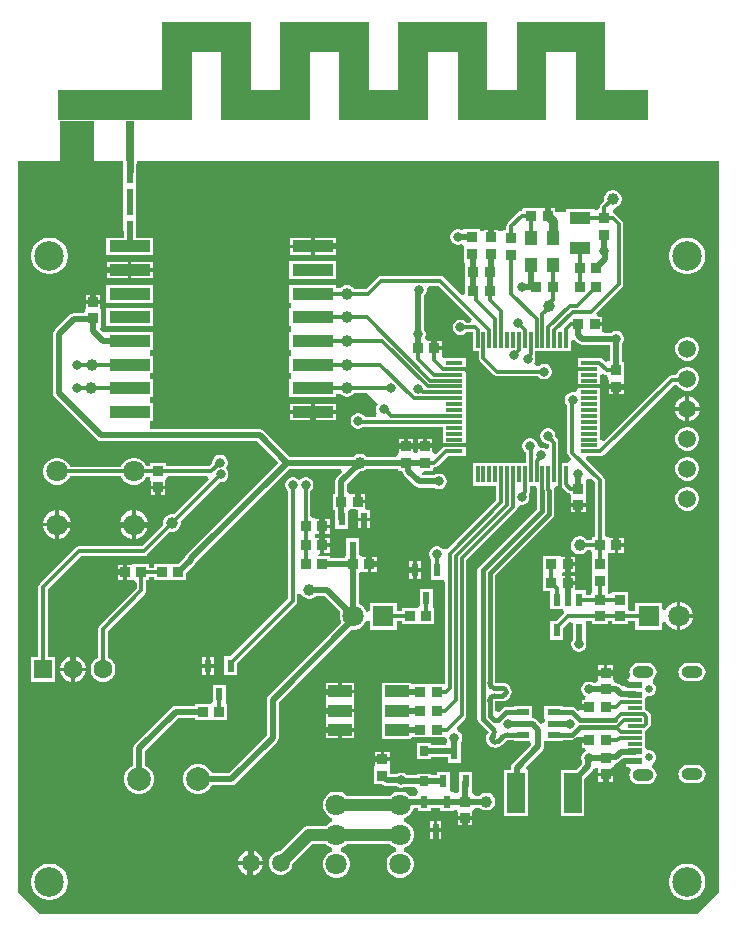
<source format=gbr>
G04*
G04 #@! TF.GenerationSoftware,Altium Limited,Altium Designer,24.3.1 (35)*
G04*
G04 Layer_Physical_Order=1*
G04 Layer_Color=255*
%FSAX25Y25*%
%MOIN*%
G70*
G04*
G04 #@! TF.SameCoordinates,A3C2EEE2-FC71-4F10-AF2F-9764D03318EB*
G04*
G04*
G04 #@! TF.FilePolarity,Positive*
G04*
G01*
G75*
%ADD12C,0.01575*%
%ADD14C,0.03937*%
%ADD15R,0.02362X0.02362*%
%ADD16R,0.02362X0.04331*%
%ADD17R,0.03347X0.03347*%
%ADD18R,0.03347X0.03347*%
%ADD19R,0.07874X0.03937*%
%ADD20R,0.04134X0.05118*%
%ADD21R,0.07087X0.04331*%
%ADD22R,0.01181X0.05512*%
%ADD23R,0.05512X0.01181*%
%ADD24R,0.13780X0.03937*%
%ADD25R,0.02362X0.02362*%
%ADD26R,0.02756X0.03347*%
%ADD27R,0.04331X0.02362*%
%ADD28R,0.05906X0.13386*%
%ADD29R,0.04724X0.02362*%
%ADD30R,0.04724X0.01181*%
%ADD31C,0.06299*%
%ADD32R,0.06299X0.06299*%
%ADD34C,0.05906*%
%ADD35C,0.07874*%
%ADD36C,0.07087*%
%ADD37R,0.07087X0.07087*%
%ADD38C,0.02559*%
%ADD39O,0.07087X0.03937*%
%AMCUSTOMSHAPE40*
4,1,39,0.98228,-0.06496,0.84055,-0.06496,0.84055,0.16339,0.54528,0.16339,0.54528,-0.06496,0.44685,-0.06496,0.44685,0.16339,0.15158,0.16339,0.15158,-0.06496,0.05315,-0.06496,0.05315,0.16339,-0.24213,0.16339,-0.24213,-0.06496,-0.34055,-0.06496,-0.34055,0.16339,-0.63583,0.16339,-0.63583,-0.06496,-0.98228,-0.06496,-0.98228,-0.16339,-0.86417,-0.16339,-0.75787,-0.16339,-0.73032,-0.16339,-0.53740,-0.16339,-0.53740,0.06496,-0.43898,0.06496,-0.43898,-0.16339,-0.14370,-0.16339,-0.14370,0.06496,-0.04528,0.06496,-0.04528,-0.16339,0.25000,-0.16339,0.25000,0.06496,0.34843,0.06496,0.34843,-0.16339,0.64370,-0.16339,0.64370,0.06496,0.74213,0.06496,0.74213,-0.16339,0.98228,-0.16339,0.98228,-0.06496,0.0*%
%ADD40CUSTOMSHAPE40*%

%ADD41R,0.11811X0.13780*%
%ADD42R,0.02756X0.13780*%
%ADD43C,0.01181*%
%ADD44C,0.01968*%
%ADD45C,0.02362*%
%ADD46C,0.03937*%
%ADD47C,0.02953*%
%ADD48C,0.09843*%
%ADD49C,0.03150*%
G36*
X0235016Y0008373D02*
X0227848Y0001204D01*
X0008373Y0001204D01*
X0001204Y0008373D01*
X0001204Y0251969D01*
X0036375Y0251969D01*
X0036375Y0248819D01*
X0036417Y0248606D01*
X0036417Y0243504D01*
X0036417Y0239567D01*
X0036417Y0236417D01*
X0036417Y0236417D01*
X0036417Y0232874D01*
X0036417Y0228937D01*
X0036576Y0228937D01*
X0036576Y0226575D01*
X0030709Y0226575D01*
X0030709Y0220669D01*
X0046457Y0220669D01*
X0046457Y0226575D01*
X0040590Y0226575D01*
X0040590Y0228937D01*
X0040748Y0228937D01*
X0040748Y0232874D01*
X0040748Y0237205D01*
X0040748Y0237205D01*
X0040748Y0239567D01*
X0040748Y0243504D01*
X0040748Y0248606D01*
X0040790Y0248819D01*
X0040790Y0250984D01*
X0041142Y0250984D01*
X0041142Y0251969D01*
X0235016Y0251969D01*
X0235016Y0008373D01*
X0235016Y0008373D02*
G37*
%LPC*%
G36*
X0199995Y0242323D02*
X0199218Y0242323D01*
X0198467Y0242122D01*
X0197793Y0241733D01*
X0197243Y0241183D01*
X0196855Y0240510D01*
X0196653Y0239759D01*
X0196653Y0238981D01*
X0196715Y0238750D01*
X0195715Y0237750D01*
X0195367Y0237229D01*
X0195245Y0236614D01*
X0195087Y0236420D01*
X0194193Y0235728D01*
X0193110Y0236033D01*
X0193110Y0236221D01*
X0184055Y0236221D01*
X0184055Y0235039D01*
X0180413Y0235039D01*
X0180413Y0236319D01*
X0175492Y0236319D01*
X0175098Y0236516D01*
X0175098Y0236516D01*
X0169783Y0236516D01*
X0169783Y0236448D01*
X0169291Y0235464D01*
X0168677Y0235342D01*
X0168156Y0234994D01*
X0164613Y0231450D01*
X0164265Y0230929D01*
X0164142Y0230315D01*
X0164142Y0230315D01*
X0164142Y0229035D01*
X0163091Y0229035D01*
X0163091Y0228740D01*
X0161515Y0228740D01*
X0161515Y0229233D01*
X0156594Y0229233D01*
X0156594Y0228740D01*
X0155413Y0228740D01*
X0155413Y0229430D01*
X0150098Y0229430D01*
X0150098Y0229430D01*
X0149014Y0229195D01*
X0148917Y0229184D01*
X0148368Y0229331D01*
X0147695Y0229331D01*
X0147044Y0229156D01*
X0146460Y0228819D01*
X0145984Y0228343D01*
X0145647Y0227759D01*
X0145473Y0227109D01*
X0145473Y0226435D01*
X0145647Y0225784D01*
X0145984Y0225200D01*
X0146460Y0224724D01*
X0147044Y0224387D01*
X0147695Y0224213D01*
X0148368Y0224213D01*
X0148917Y0224360D01*
X0149308Y0224314D01*
X0149310Y0224314D01*
X0150098Y0223646D01*
X0150098Y0218636D01*
X0150098Y0218603D01*
X0150098Y0218603D01*
X0150492Y0217618D01*
X0150492Y0217618D01*
X0150492Y0212303D01*
X0150492Y0212303D01*
X0150492Y0211319D01*
X0150492Y0211319D01*
X0150492Y0207633D01*
X0149401Y0207181D01*
X0143242Y0213340D01*
X0142721Y0213688D01*
X0142106Y0213810D01*
X0142106Y0213810D01*
X0122441Y0213810D01*
X0122441Y0213810D01*
X0121827Y0213688D01*
X0121306Y0213340D01*
X0117445Y0209480D01*
X0113506Y0209480D01*
X0113386Y0209687D01*
X0112837Y0210237D01*
X0112163Y0210626D01*
X0111412Y0210827D01*
X0110635Y0210827D01*
X0109884Y0210626D01*
X0109211Y0210237D01*
X0108662Y0209688D01*
X0108651Y0209688D01*
X0107481Y0209784D01*
X0107481Y0210827D01*
X0091733Y0210827D01*
X0091733Y0204921D01*
X0092520Y0204921D01*
X0092520Y0202953D01*
X0091733Y0202953D01*
X0091733Y0197047D01*
X0092520Y0197047D01*
X0092520Y0195079D01*
X0091733Y0195079D01*
X0091733Y0189173D01*
X0092520Y0189173D01*
X0092520Y0187205D01*
X0091733Y0187205D01*
X0091733Y0181299D01*
X0092520Y0181299D01*
X0092520Y0179331D01*
X0091733Y0179331D01*
X0091733Y0173425D01*
X0107481Y0173425D01*
X0107481Y0174469D01*
X0108652Y0174564D01*
X0108662Y0174564D01*
X0109211Y0174015D01*
X0109884Y0173626D01*
X0110635Y0173425D01*
X0111412Y0173425D01*
X0112163Y0173626D01*
X0112837Y0174015D01*
X0113386Y0174565D01*
X0113506Y0174772D01*
X0117747Y0174772D01*
X0121419Y0171101D01*
X0121181Y0170863D01*
X0120844Y0170279D01*
X0120669Y0169628D01*
X0120669Y0168954D01*
X0120844Y0168304D01*
X0121051Y0167944D01*
X0120786Y0167190D01*
X0120467Y0166763D01*
X0117052Y0166763D01*
X0116889Y0167045D01*
X0116412Y0167522D01*
X0115829Y0167858D01*
X0115178Y0168033D01*
X0114504Y0168033D01*
X0113854Y0167858D01*
X0113270Y0167522D01*
X0112794Y0167045D01*
X0112457Y0166462D01*
X0112282Y0165811D01*
X0112282Y0165137D01*
X0112457Y0164486D01*
X0112794Y0163902D01*
X0113270Y0163426D01*
X0113854Y0163089D01*
X0114504Y0162915D01*
X0115178Y0162915D01*
X0115829Y0163089D01*
X0116412Y0163426D01*
X0116538Y0163552D01*
X0143110Y0163552D01*
X0143110Y0161614D01*
X0143110Y0157677D01*
X0143110Y0157677D01*
X0142938Y0156568D01*
X0142762Y0156450D01*
X0142762Y0156450D01*
X0140584Y0154272D01*
X0139557Y0154839D01*
X0139468Y0155332D01*
X0139468Y0156496D01*
X0134547Y0156496D01*
X0134547Y0155332D01*
X0134458Y0154834D01*
X0133258Y0154834D01*
X0133169Y0155332D01*
X0133169Y0156496D01*
X0128248Y0156496D01*
X0128248Y0155332D01*
X0128051Y0154232D01*
X0127045Y0153582D01*
X0117523Y0153582D01*
X0117167Y0153938D01*
X0116494Y0154326D01*
X0115743Y0154528D01*
X0114966Y0154528D01*
X0114215Y0154326D01*
X0113541Y0153938D01*
X0113186Y0153582D01*
X0091776Y0153582D01*
X0083309Y0162049D01*
X0082658Y0162484D01*
X0081890Y0162637D01*
X0045276Y0162637D01*
X0045276Y0165551D01*
X0046457Y0165551D01*
X0046457Y0171457D01*
X0045276Y0171457D01*
X0045276Y0173425D01*
X0046457Y0173425D01*
X0046457Y0179331D01*
X0045276Y0179331D01*
X0045276Y0181299D01*
X0046457Y0181299D01*
X0046457Y0187205D01*
X0045276Y0187205D01*
X0045276Y0189173D01*
X0046457Y0189173D01*
X0046457Y0195079D01*
X0030709Y0195079D01*
X0030709Y0195079D01*
X0029528Y0194964D01*
X0028724Y0195768D01*
X0029035Y0196949D01*
X0029035Y0196949D01*
X0029035Y0201558D01*
X0029035Y0202264D01*
X0028839Y0203363D01*
X0028839Y0204528D01*
X0023917Y0204528D01*
X0023917Y0203363D01*
X0023720Y0202264D01*
X0023720Y0202235D01*
X0022885Y0201400D01*
X0019865Y0201400D01*
X0019097Y0201247D01*
X0018446Y0200812D01*
X0013541Y0195907D01*
X0013106Y0195256D01*
X0012954Y0194488D01*
X0012954Y0174803D01*
X0013106Y0174035D01*
X0013541Y0173384D01*
X0027715Y0159211D01*
X0028366Y0158776D01*
X0029134Y0158623D01*
X0081059Y0158623D01*
X0088107Y0151575D01*
X0057565Y0121034D01*
X0057130Y0120383D01*
X0057086Y0120161D01*
X0054544Y0117618D01*
X0052067Y0117618D01*
X0050886Y0117618D01*
X0046555Y0117618D01*
X0046555Y0116566D01*
X0045177Y0116566D01*
X0045177Y0117618D01*
X0040568Y0117618D01*
X0039862Y0117618D01*
X0038763Y0117421D01*
X0037598Y0117421D01*
X0037598Y0114961D01*
X0037598Y0112500D01*
X0038763Y0112500D01*
X0039862Y0112303D01*
X0040079Y0112303D01*
X0040914Y0111468D01*
X0040914Y0109720D01*
X0028550Y0097356D01*
X0028202Y0096835D01*
X0028079Y0096220D01*
X0028079Y0096220D01*
X0028079Y0086523D01*
X0027147Y0085985D01*
X0026377Y0085215D01*
X0025833Y0084273D01*
X0025551Y0083221D01*
X0025551Y0082133D01*
X0025833Y0081082D01*
X0026377Y0080139D01*
X0027147Y0079369D01*
X0028089Y0078825D01*
X0029141Y0078543D01*
X0030229Y0078543D01*
X0031281Y0078825D01*
X0032223Y0079369D01*
X0032993Y0080139D01*
X0033537Y0081082D01*
X0033819Y0082133D01*
X0033819Y0083221D01*
X0033537Y0084273D01*
X0032993Y0085215D01*
X0032223Y0085985D01*
X0031291Y0086523D01*
X0031291Y0095555D01*
X0043655Y0107920D01*
X0043655Y0107920D01*
X0044003Y0108441D01*
X0044125Y0109055D01*
X0044125Y0109055D01*
X0044125Y0112303D01*
X0045177Y0112303D01*
X0045177Y0113355D01*
X0046555Y0113355D01*
X0046555Y0112303D01*
X0050886Y0112303D01*
X0051870Y0112303D01*
X0053051Y0112303D01*
X0057382Y0112303D01*
X0057382Y0114780D01*
X0060404Y0117802D01*
X0060839Y0118453D01*
X0060883Y0118675D01*
X0091776Y0149568D01*
X0108966Y0149568D01*
X0109418Y0148477D01*
X0107636Y0146695D01*
X0107201Y0146044D01*
X0107048Y0145276D01*
X0107048Y0141240D01*
X0106398Y0141240D01*
X0106398Y0135925D01*
X0107087Y0135827D01*
X0107087Y0129527D01*
X0111417Y0129527D01*
X0111417Y0135226D01*
X0111994Y0135976D01*
X0112812Y0136122D01*
X0113786Y0136122D01*
X0114764Y0135630D01*
X0114764Y0134941D01*
X0114764Y0133268D01*
X0118701Y0133268D01*
X0118701Y0135630D01*
X0118005Y0135630D01*
X0117028Y0136122D01*
X0117028Y0136811D01*
X0117028Y0137992D01*
X0114567Y0137992D01*
X0114567Y0138583D01*
X0113976Y0138583D01*
X0113976Y0141043D01*
X0112812Y0141043D01*
X0111713Y0141240D01*
X0111062Y0142246D01*
X0111062Y0144444D01*
X0115240Y0148622D01*
X0115743Y0148622D01*
X0116494Y0148823D01*
X0117167Y0149212D01*
X0117523Y0149568D01*
X0128051Y0149568D01*
X0128051Y0148917D01*
X0129391Y0148917D01*
X0129543Y0148149D01*
X0129978Y0147498D01*
X0133620Y0143856D01*
X0134271Y0143421D01*
X0135039Y0143269D01*
X0140120Y0143269D01*
X0140161Y0143228D01*
X0140744Y0142891D01*
X0141395Y0142717D01*
X0142069Y0142717D01*
X0142720Y0142891D01*
X0143304Y0143228D01*
X0143780Y0143704D01*
X0144117Y0144288D01*
X0144291Y0144939D01*
X0144291Y0145613D01*
X0144117Y0146263D01*
X0143780Y0146847D01*
X0143304Y0147323D01*
X0142720Y0147660D01*
X0142069Y0147835D01*
X0141395Y0147835D01*
X0140744Y0147660D01*
X0140161Y0147323D01*
X0140120Y0147283D01*
X0136507Y0147283D01*
X0136171Y0147736D01*
X0136765Y0148917D01*
X0139665Y0148917D01*
X0139665Y0148986D01*
X0140157Y0149969D01*
X0140772Y0150091D01*
X0141293Y0150439D01*
X0144563Y0153709D01*
X0146850Y0153709D01*
X0147005Y0153740D01*
X0150591Y0153740D01*
X0150591Y0156890D01*
X0150591Y0156890D01*
X0150591Y0157677D01*
X0150591Y0157677D01*
X0150591Y0161614D01*
X0150591Y0165551D01*
X0150591Y0169488D01*
X0150591Y0173425D01*
X0150591Y0177362D01*
X0150591Y0182480D01*
X0150591Y0182480D01*
X0150591Y0183268D01*
X0150591Y0183268D01*
X0150591Y0186417D01*
X0144223Y0186417D01*
X0144147Y0186417D01*
X0144022Y0186434D01*
X0143277Y0186591D01*
X0143057Y0186757D01*
X0142821Y0187051D01*
X0142769Y0187202D01*
X0142618Y0187780D01*
X0142618Y0188358D01*
X0142618Y0189173D01*
X0140157Y0189173D01*
X0140157Y0189764D01*
X0139567Y0189764D01*
X0139567Y0192225D01*
X0138403Y0192225D01*
X0137303Y0192421D01*
X0137102Y0193216D01*
X0137058Y0193602D01*
X0137205Y0194151D01*
X0137205Y0194825D01*
X0137030Y0195476D01*
X0136827Y0195829D01*
X0136827Y0207393D01*
X0137041Y0207608D01*
X0137378Y0208191D01*
X0137553Y0208842D01*
X0137553Y0209516D01*
X0138422Y0210599D01*
X0141441Y0210599D01*
X0152600Y0199440D01*
X0152111Y0198259D01*
X0150790Y0198259D01*
X0150348Y0198701D01*
X0149765Y0199038D01*
X0149114Y0199213D01*
X0148440Y0199213D01*
X0147789Y0199038D01*
X0147206Y0198701D01*
X0146729Y0198225D01*
X0146392Y0197641D01*
X0146218Y0196991D01*
X0146218Y0196317D01*
X0146392Y0195666D01*
X0146729Y0195082D01*
X0147206Y0194606D01*
X0147789Y0194269D01*
X0148440Y0194095D01*
X0149114Y0194095D01*
X0149765Y0194269D01*
X0150348Y0194606D01*
X0150790Y0195048D01*
X0152922Y0195048D01*
X0152922Y0192520D01*
X0152953Y0192365D01*
X0152953Y0188779D01*
X0154890Y0188779D01*
X0154890Y0186556D01*
X0154890Y0186556D01*
X0155013Y0185942D01*
X0155361Y0185421D01*
X0160027Y0180754D01*
X0160027Y0180754D01*
X0160548Y0180406D01*
X0161163Y0180284D01*
X0174758Y0180284D01*
X0175200Y0179842D01*
X0175784Y0179505D01*
X0176435Y0179331D01*
X0177109Y0179331D01*
X0177759Y0179505D01*
X0178343Y0179842D01*
X0178819Y0180318D01*
X0179156Y0180902D01*
X0179331Y0181553D01*
X0179331Y0182227D01*
X0179156Y0182878D01*
X0178819Y0183461D01*
X0178343Y0183938D01*
X0177759Y0184274D01*
X0177109Y0184449D01*
X0176435Y0184449D01*
X0175784Y0184274D01*
X0175200Y0183938D01*
X0174911Y0183649D01*
X0173936Y0183756D01*
X0173416Y0184837D01*
X0173644Y0185233D01*
X0173819Y0185884D01*
X0173819Y0186557D01*
X0173685Y0187059D01*
X0173728Y0187123D01*
X0173850Y0187737D01*
X0173850Y0188779D01*
X0185630Y0188779D01*
X0185630Y0192227D01*
X0185924Y0192452D01*
X0186245Y0192547D01*
X0186842Y0192575D01*
X0187923Y0191494D01*
X0188574Y0191059D01*
X0189342Y0190906D01*
X0198780Y0190906D01*
X0198780Y0188583D01*
X0198780Y0188582D01*
X0198780Y0185853D01*
X0198417Y0185343D01*
X0197097Y0185143D01*
X0197037Y0185155D01*
X0196214Y0185978D01*
X0195693Y0186326D01*
X0195473Y0186370D01*
X0195473Y0186417D01*
X0195079Y0186448D01*
X0195079Y0186448D01*
X0194304Y0186448D01*
X0191732Y0186448D01*
X0191577Y0186417D01*
X0187992Y0186417D01*
X0187992Y0183268D01*
X0187992Y0183268D01*
X0187992Y0182480D01*
X0187992Y0182480D01*
X0187992Y0177362D01*
X0187992Y0177362D01*
X0187992Y0176575D01*
X0187789Y0175557D01*
X0186769Y0174943D01*
X0186557Y0175000D01*
X0185884Y0175000D01*
X0185233Y0174826D01*
X0184649Y0174489D01*
X0184173Y0174012D01*
X0183836Y0173429D01*
X0183661Y0172778D01*
X0183661Y0172104D01*
X0183836Y0171453D01*
X0184173Y0170870D01*
X0184418Y0170624D01*
X0184418Y0154921D01*
X0184418Y0154921D01*
X0184540Y0154307D01*
X0184888Y0153786D01*
X0185633Y0153041D01*
X0185633Y0152556D01*
X0184455Y0151378D01*
X0182480Y0151378D01*
X0181724Y0152246D01*
X0181724Y0158226D01*
X0181602Y0158840D01*
X0181254Y0159361D01*
X0181254Y0159361D01*
X0180512Y0160103D01*
X0180512Y0160728D01*
X0180337Y0161379D01*
X0180000Y0161962D01*
X0179524Y0162439D01*
X0178940Y0162776D01*
X0178290Y0162950D01*
X0177616Y0162950D01*
X0176965Y0162776D01*
X0176382Y0162439D01*
X0175905Y0161962D01*
X0175568Y0161379D01*
X0175394Y0160728D01*
X0175394Y0160054D01*
X0175568Y0159403D01*
X0175905Y0158820D01*
X0176382Y0158343D01*
X0176965Y0158006D01*
X0177616Y0157832D01*
X0178241Y0157832D01*
X0178513Y0157561D01*
X0178513Y0156459D01*
X0177331Y0155970D01*
X0177239Y0156062D01*
X0176656Y0156399D01*
X0176005Y0156573D01*
X0175730Y0156573D01*
X0175269Y0156646D01*
X0174606Y0157423D01*
X0174432Y0158074D01*
X0174095Y0158658D01*
X0173618Y0159134D01*
X0173035Y0159471D01*
X0172384Y0159646D01*
X0171710Y0159646D01*
X0171060Y0159471D01*
X0170476Y0159134D01*
X0170000Y0158658D01*
X0169663Y0158074D01*
X0169488Y0157423D01*
X0169488Y0156750D01*
X0169663Y0156099D01*
X0170000Y0155515D01*
X0170476Y0155039D01*
X0170638Y0154945D01*
X0170638Y0151378D01*
X0152953Y0151378D01*
X0152953Y0143898D01*
X0160796Y0143898D01*
X0160796Y0139051D01*
X0144373Y0122628D01*
X0143386Y0122644D01*
X0142993Y0122774D01*
X0142516Y0123251D01*
X0141933Y0123588D01*
X0141282Y0123762D01*
X0140608Y0123762D01*
X0139957Y0123588D01*
X0139374Y0123251D01*
X0138897Y0122774D01*
X0138560Y0122191D01*
X0138386Y0121540D01*
X0138386Y0120866D01*
X0138560Y0120215D01*
X0138704Y0119966D01*
X0138976Y0118898D01*
X0138976Y0118897D01*
X0138976Y0112598D01*
X0143307Y0112598D01*
X0143670Y0111568D01*
X0143670Y0079008D01*
X0143602Y0077854D01*
X0138287Y0077854D01*
X0138287Y0077854D01*
X0138091Y0077854D01*
X0138091Y0077854D01*
X0132776Y0077854D01*
X0132480Y0078268D01*
X0132480Y0078268D01*
X0122638Y0078268D01*
X0122638Y0072362D01*
X0122638Y0072362D01*
X0122638Y0071850D01*
X0122638Y0071850D01*
X0122638Y0065945D01*
X0122638Y0065945D01*
X0122638Y0065433D01*
X0122638Y0065433D01*
X0122638Y0059528D01*
X0132480Y0059528D01*
X0132480Y0059528D01*
X0132776Y0059941D01*
X0138091Y0059941D01*
X0138091Y0059941D01*
X0138287Y0059941D01*
X0138287Y0059941D01*
X0143602Y0059941D01*
X0144402Y0059091D01*
X0144439Y0058953D01*
X0144516Y0058618D01*
X0144031Y0057604D01*
X0143933Y0057519D01*
X0138976Y0057519D01*
X0138976Y0058169D01*
X0134252Y0058169D01*
X0134252Y0052854D01*
X0138976Y0052854D01*
X0138976Y0053505D01*
X0144685Y0053505D01*
X0144685Y0051575D01*
X0149016Y0051575D01*
X0149016Y0057874D01*
X0149016Y0057874D01*
X0149261Y0058953D01*
X0149409Y0059506D01*
X0149409Y0060179D01*
X0149235Y0060830D01*
X0148898Y0061414D01*
X0148422Y0061890D01*
X0147977Y0062147D01*
X0147775Y0062678D01*
X0147659Y0063498D01*
X0150348Y0066188D01*
X0150696Y0066708D01*
X0150818Y0067323D01*
X0150818Y0067323D01*
X0150818Y0119020D01*
X0167474Y0135676D01*
X0167474Y0135676D01*
X0167822Y0136197D01*
X0167920Y0136691D01*
X0168055Y0136898D01*
X0168954Y0137598D01*
X0169628Y0137598D01*
X0170279Y0137773D01*
X0170863Y0138110D01*
X0171339Y0138586D01*
X0171676Y0139170D01*
X0171850Y0139821D01*
X0171850Y0140494D01*
X0171716Y0140996D01*
X0171759Y0141060D01*
X0171881Y0141674D01*
X0171881Y0141674D01*
X0171881Y0143898D01*
X0173910Y0143898D01*
X0174391Y0142905D01*
X0174414Y0142717D01*
X0174296Y0142126D01*
X0174296Y0136176D01*
X0155022Y0116902D01*
X0154630Y0116316D01*
X0154493Y0115624D01*
X0154493Y0072441D01*
X0154493Y0066270D01*
X0154630Y0065579D01*
X0155022Y0064992D01*
X0158254Y0061760D01*
X0158193Y0061670D01*
X0157781Y0061132D01*
X0157473Y0060390D01*
X0157368Y0059593D01*
X0157473Y0058797D01*
X0157781Y0058054D01*
X0158193Y0057517D01*
X0158264Y0057411D01*
X0158370Y0057340D01*
X0158907Y0056928D01*
X0159649Y0056620D01*
X0160446Y0056516D01*
X0161242Y0056620D01*
X0161985Y0056928D01*
X0162522Y0057340D01*
X0162628Y0057411D01*
X0164129Y0058912D01*
X0164141Y0058930D01*
X0164370Y0059025D01*
X0164394Y0059020D01*
X0166535Y0059020D01*
X0166535Y0058661D01*
X0171869Y0058661D01*
X0172358Y0057480D01*
X0166129Y0051250D01*
X0165693Y0050599D01*
X0165541Y0049831D01*
X0165541Y0049016D01*
X0163386Y0049016D01*
X0163386Y0033661D01*
X0171260Y0033661D01*
X0171260Y0049016D01*
X0171114Y0049016D01*
X0170662Y0050107D01*
X0176222Y0055667D01*
X0176657Y0056318D01*
X0176810Y0057087D01*
X0176810Y0058661D01*
X0183071Y0058661D01*
X0183071Y0059020D01*
X0186024Y0059020D01*
X0186715Y0059158D01*
X0187301Y0059549D01*
X0188091Y0060339D01*
X0189272Y0059850D01*
X0189272Y0059646D01*
X0191732Y0059646D01*
X0191732Y0058465D01*
X0189272Y0058465D01*
X0189272Y0056595D01*
X0190334Y0056595D01*
X0190466Y0056252D01*
X0190535Y0055414D01*
X0190161Y0055197D01*
X0189684Y0054721D01*
X0189348Y0054137D01*
X0189173Y0053487D01*
X0189173Y0052813D01*
X0189348Y0052162D01*
X0189499Y0051899D01*
X0189499Y0051196D01*
X0187319Y0049016D01*
X0182283Y0049016D01*
X0182283Y0033661D01*
X0190157Y0033661D01*
X0190157Y0046177D01*
X0192926Y0048945D01*
X0193165Y0049303D01*
X0194250Y0049712D01*
X0194590Y0049756D01*
X0194727Y0049662D01*
X0194783Y0049327D01*
X0194783Y0048228D01*
X0199705Y0048228D01*
X0199705Y0049393D01*
X0199902Y0050492D01*
X0199902Y0050650D01*
X0200611Y0051360D01*
X0201380Y0051513D01*
X0202031Y0051948D01*
X0202756Y0052673D01*
X0203937Y0052184D01*
X0203937Y0050197D01*
X0204975Y0050197D01*
X0205557Y0049016D01*
X0205492Y0048930D01*
X0205194Y0048212D01*
X0205093Y0047441D01*
X0205194Y0046670D01*
X0205492Y0045952D01*
X0205965Y0045335D01*
X0206582Y0044862D01*
X0207300Y0044564D01*
X0208071Y0044463D01*
X0211220Y0044463D01*
X0211991Y0044564D01*
X0212709Y0044862D01*
X0213326Y0045335D01*
X0213800Y0045952D01*
X0214097Y0046670D01*
X0214199Y0047441D01*
X0214097Y0048212D01*
X0213800Y0048930D01*
X0213326Y0049547D01*
X0212813Y0049941D01*
X0212758Y0050417D01*
X0212857Y0051237D01*
X0213008Y0051300D01*
X0213700Y0051992D01*
X0214075Y0052896D01*
X0214075Y0053875D01*
X0213700Y0054780D01*
X0213008Y0055472D01*
X0212104Y0055846D01*
X0211125Y0055846D01*
X0210433Y0056838D01*
X0210433Y0062256D01*
X0210634Y0062296D01*
X0211155Y0062644D01*
X0211962Y0063451D01*
X0211962Y0063451D01*
X0212310Y0063972D01*
X0212432Y0064587D01*
X0212432Y0064587D01*
X0212432Y0066909D01*
X0212432Y0066909D01*
X0212310Y0067524D01*
X0211962Y0068045D01*
X0211155Y0068852D01*
X0210634Y0069200D01*
X0210433Y0069240D01*
X0210433Y0073219D01*
X0211125Y0073681D01*
X0212104Y0073681D01*
X0213008Y0074056D01*
X0213700Y0074748D01*
X0214075Y0075652D01*
X0214075Y0076631D01*
X0213700Y0077536D01*
X0213142Y0078093D01*
X0213064Y0078292D01*
X0213033Y0078666D01*
X0213080Y0079476D01*
X0213326Y0079666D01*
X0213800Y0080282D01*
X0214097Y0081001D01*
X0214199Y0081772D01*
X0214097Y0082542D01*
X0213800Y0083261D01*
X0213326Y0083877D01*
X0212709Y0084351D01*
X0211991Y0084648D01*
X0211220Y0084750D01*
X0208071Y0084750D01*
X0207300Y0084648D01*
X0206582Y0084351D01*
X0205965Y0083877D01*
X0205492Y0083261D01*
X0205194Y0082542D01*
X0205093Y0081772D01*
X0205194Y0081001D01*
X0205397Y0080512D01*
X0205087Y0079774D01*
X0204733Y0079331D01*
X0203937Y0079331D01*
X0203937Y0077343D01*
X0202756Y0076854D01*
X0202207Y0077403D01*
X0201555Y0077838D01*
X0200787Y0077991D01*
X0199901Y0078642D01*
X0199705Y0079741D01*
X0199705Y0080905D01*
X0194783Y0080905D01*
X0194783Y0079741D01*
X0194587Y0078642D01*
X0193580Y0077991D01*
X0193344Y0077991D01*
X0193304Y0078032D01*
X0192720Y0078369D01*
X0192069Y0078543D01*
X0191395Y0078543D01*
X0190744Y0078369D01*
X0190161Y0078032D01*
X0189684Y0077556D01*
X0189348Y0076972D01*
X0189173Y0076321D01*
X0189173Y0075647D01*
X0189348Y0074997D01*
X0189684Y0074413D01*
X0190161Y0073936D01*
X0190535Y0073720D01*
X0190466Y0072881D01*
X0190334Y0072539D01*
X0189272Y0072539D01*
X0189272Y0070669D01*
X0191732Y0070669D01*
X0191732Y0069488D01*
X0189272Y0069488D01*
X0189272Y0069284D01*
X0188091Y0068795D01*
X0187301Y0069584D01*
X0186715Y0069976D01*
X0186024Y0070113D01*
X0183071Y0070113D01*
X0183071Y0070472D01*
X0176772Y0070472D01*
X0176772Y0066142D01*
X0176969Y0066142D01*
X0176969Y0064942D01*
X0175787Y0064453D01*
X0174451Y0065789D01*
X0173800Y0066224D01*
X0173031Y0066377D01*
X0172835Y0066377D01*
X0172835Y0070472D01*
X0166535Y0070472D01*
X0166535Y0070113D01*
X0163976Y0070113D01*
X0163285Y0069976D01*
X0162699Y0069584D01*
X0161531Y0068416D01*
X0160350Y0068905D01*
X0160350Y0072044D01*
X0162820Y0072044D01*
X0162944Y0072069D01*
X0163616Y0072158D01*
X0164358Y0072465D01*
X0164996Y0072954D01*
X0165485Y0073591D01*
X0165792Y0074334D01*
X0165881Y0075006D01*
X0165906Y0075130D01*
X0165881Y0075255D01*
X0165792Y0075927D01*
X0165485Y0076669D01*
X0164996Y0077306D01*
X0164358Y0077795D01*
X0163616Y0078103D01*
X0162944Y0078191D01*
X0162820Y0078216D01*
X0160350Y0078216D01*
X0160350Y0080387D01*
X0160350Y0113947D01*
X0175047Y0128644D01*
X0179624Y0133221D01*
X0180015Y0133807D01*
X0180153Y0134498D01*
X0180153Y0142126D01*
X0180035Y0142717D01*
X0180055Y0142882D01*
X0180581Y0143730D01*
X0181693Y0143898D01*
X0182702Y0143482D01*
X0182920Y0143156D01*
X0184298Y0141778D01*
X0184298Y0141778D01*
X0184819Y0141430D01*
X0185433Y0141308D01*
X0185532Y0140256D01*
X0185532Y0140256D01*
X0185728Y0139156D01*
X0185728Y0137992D01*
X0188189Y0137992D01*
X0190650Y0137992D01*
X0190650Y0139156D01*
X0190847Y0140256D01*
X0190847Y0140962D01*
X0190847Y0145571D01*
X0190847Y0145571D01*
X0190831Y0145639D01*
X0191056Y0145948D01*
X0192604Y0146070D01*
X0193670Y0145004D01*
X0193670Y0126673D01*
X0192618Y0126673D01*
X0192618Y0125621D01*
X0191065Y0125621D01*
X0190945Y0125829D01*
X0190396Y0126379D01*
X0189722Y0126767D01*
X0188971Y0126969D01*
X0188194Y0126969D01*
X0187443Y0126767D01*
X0186770Y0126379D01*
X0186220Y0125829D01*
X0185831Y0125155D01*
X0185630Y0124405D01*
X0185630Y0123627D01*
X0185831Y0122876D01*
X0186220Y0122203D01*
X0186770Y0121653D01*
X0187443Y0121264D01*
X0188194Y0121063D01*
X0188971Y0121063D01*
X0189722Y0121264D01*
X0190396Y0121653D01*
X0190945Y0122203D01*
X0191065Y0122410D01*
X0192306Y0122410D01*
X0192306Y0122410D01*
X0192618Y0121229D01*
X0192618Y0120374D01*
X0192618Y0120374D01*
X0192618Y0116043D01*
X0192618Y0115059D01*
X0192618Y0113878D01*
X0192618Y0109547D01*
X0192618Y0109547D01*
X0192618Y0108692D01*
X0192306Y0107512D01*
X0192306Y0107511D01*
X0190551Y0107511D01*
X0190551Y0109055D01*
X0187106Y0109055D01*
X0187106Y0110827D01*
X0184646Y0110827D01*
X0184646Y0111417D01*
X0184055Y0111417D01*
X0184055Y0113878D01*
X0183052Y0113878D01*
X0182751Y0114191D01*
X0182824Y0114746D01*
X0183141Y0115256D01*
X0184055Y0115256D01*
X0184055Y0117717D01*
X0184055Y0120177D01*
X0182891Y0120177D01*
X0181791Y0120374D01*
X0181085Y0120374D01*
X0176476Y0120374D01*
X0176476Y0115059D01*
X0176476Y0115059D01*
X0176476Y0114075D01*
X0176476Y0114075D01*
X0176476Y0108760D01*
X0178740Y0108760D01*
X0178740Y0102756D01*
X0183071Y0102756D01*
X0183128Y0102694D01*
X0183510Y0101529D01*
X0180800Y0098819D01*
X0178740Y0098819D01*
X0178740Y0092520D01*
X0183071Y0092520D01*
X0183071Y0096548D01*
X0185039Y0098517D01*
X0186221Y0098133D01*
X0186221Y0092581D01*
X0185903Y0092031D01*
X0185728Y0091380D01*
X0185728Y0090706D01*
X0185903Y0090056D01*
X0186240Y0089472D01*
X0186716Y0088996D01*
X0187300Y0088659D01*
X0187951Y0088484D01*
X0188624Y0088484D01*
X0189275Y0088659D01*
X0189859Y0088996D01*
X0190335Y0089472D01*
X0190672Y0090056D01*
X0190847Y0090706D01*
X0190847Y0091380D01*
X0190827Y0091453D01*
X0190551Y0092520D01*
X0190551Y0092520D01*
X0190551Y0098788D01*
X0192618Y0098788D01*
X0192618Y0097736D01*
X0197933Y0097736D01*
X0197933Y0098788D01*
X0199311Y0098788D01*
X0199311Y0097736D01*
X0204626Y0097736D01*
X0204626Y0098788D01*
X0207008Y0098788D01*
X0207008Y0095866D01*
X0216063Y0095866D01*
X0216063Y0098172D01*
X0216553Y0098354D01*
X0217244Y0098378D01*
X0217755Y0097493D01*
X0218635Y0096613D01*
X0219712Y0095991D01*
X0220913Y0095669D01*
X0220945Y0095669D01*
X0220945Y0100394D01*
X0220945Y0105118D01*
X0220913Y0105118D01*
X0219712Y0104796D01*
X0218635Y0104174D01*
X0217755Y0103295D01*
X0217244Y0102410D01*
X0216553Y0102433D01*
X0216063Y0102615D01*
X0216063Y0104921D01*
X0207008Y0104921D01*
X0207008Y0101999D01*
X0205461Y0101999D01*
X0204626Y0102835D01*
X0204626Y0104232D01*
X0204626Y0108563D01*
X0199311Y0108563D01*
X0199311Y0108071D01*
X0198130Y0107900D01*
X0197933Y0108563D01*
X0197933Y0109547D01*
X0197933Y0109547D01*
X0197933Y0113878D01*
X0197933Y0114862D01*
X0197933Y0116043D01*
X0197933Y0120374D01*
X0197933Y0120374D01*
X0197933Y0121358D01*
X0199033Y0121555D01*
X0200197Y0121555D01*
X0200197Y0124016D01*
X0200197Y0126477D01*
X0199033Y0126477D01*
X0197933Y0126673D01*
X0197716Y0126673D01*
X0196881Y0127508D01*
X0196881Y0145669D01*
X0196881Y0145669D01*
X0196759Y0146284D01*
X0196411Y0146805D01*
X0190567Y0152649D01*
X0191019Y0153740D01*
X0191577Y0153740D01*
X0191732Y0153709D01*
X0195472Y0153709D01*
X0195472Y0153709D01*
X0196087Y0153832D01*
X0196608Y0154180D01*
X0219907Y0177479D01*
X0221073Y0177393D01*
X0221259Y0177071D01*
X0221992Y0176338D01*
X0222890Y0175819D01*
X0223891Y0175551D01*
X0224928Y0175551D01*
X0225929Y0175819D01*
X0226827Y0176338D01*
X0227560Y0177071D01*
X0228078Y0177969D01*
X0228346Y0178970D01*
X0228346Y0180006D01*
X0228078Y0181008D01*
X0227560Y0181905D01*
X0226827Y0182639D01*
X0225929Y0183157D01*
X0224928Y0183425D01*
X0223891Y0183425D01*
X0222890Y0183157D01*
X0221992Y0182639D01*
X0221259Y0181905D01*
X0220741Y0181008D01*
X0220665Y0180726D01*
X0219277Y0180726D01*
X0219277Y0180726D01*
X0218663Y0180603D01*
X0218142Y0180255D01*
X0218142Y0180255D01*
X0196653Y0158767D01*
X0195472Y0159256D01*
X0195472Y0163583D01*
X0195472Y0167520D01*
X0195472Y0171457D01*
X0195472Y0176575D01*
X0195473Y0176575D01*
X0195473Y0177362D01*
X0195472Y0177362D01*
X0195472Y0180721D01*
X0195502Y0180734D01*
X0196653Y0181047D01*
X0197023Y0180800D01*
X0197638Y0180678D01*
X0198130Y0179694D01*
X0198130Y0179626D01*
X0198327Y0178526D01*
X0198327Y0177362D01*
X0200787Y0177362D01*
X0203248Y0177362D01*
X0203248Y0178526D01*
X0203445Y0179626D01*
X0203445Y0180332D01*
X0203445Y0184941D01*
X0202795Y0184941D01*
X0202795Y0188583D01*
X0202795Y0188583D01*
X0202795Y0191302D01*
X0202835Y0191342D01*
X0203172Y0191926D01*
X0203346Y0192577D01*
X0203346Y0193250D01*
X0203172Y0193901D01*
X0202835Y0194485D01*
X0202359Y0194961D01*
X0201775Y0195298D01*
X0201124Y0195472D01*
X0200450Y0195472D01*
X0199800Y0195298D01*
X0199216Y0194961D01*
X0199175Y0194921D01*
X0197236Y0194921D01*
X0196161Y0195177D01*
X0196161Y0196102D01*
X0196161Y0197047D01*
X0193701Y0197047D01*
X0193701Y0198228D01*
X0196161Y0198228D01*
X0196161Y0200098D01*
X0194591Y0200098D01*
X0194102Y0201280D01*
X0202710Y0209888D01*
X0202710Y0209888D01*
X0203058Y0210409D01*
X0203181Y0211024D01*
X0203180Y0211024D01*
X0203180Y0231102D01*
X0203181Y0231102D01*
X0203058Y0231717D01*
X0202710Y0232238D01*
X0202710Y0232238D01*
X0200742Y0234206D01*
X0200221Y0234554D01*
X0199738Y0234650D01*
X0199565Y0235781D01*
X0200363Y0236516D01*
X0200746Y0236619D01*
X0201419Y0237007D01*
X0201969Y0237557D01*
X0202358Y0238230D01*
X0202559Y0238981D01*
X0202559Y0239759D01*
X0202358Y0240510D01*
X0201969Y0241183D01*
X0201419Y0241733D01*
X0200746Y0242122D01*
X0199995Y0242323D01*
X0199995Y0242323D02*
G37*
G36*
X0107284Y0226378D02*
X0100197Y0226378D01*
X0100197Y0224213D01*
X0107284Y0224213D01*
X0107284Y0226378D01*
X0107284Y0226378D02*
G37*
G36*
X0099016Y0226378D02*
X0091929Y0226378D01*
X0091929Y0224213D01*
X0099016Y0224213D01*
X0099016Y0226378D01*
X0099016Y0226378D02*
G37*
G36*
X0107284Y0223031D02*
X0100197Y0223031D01*
X0100197Y0220866D01*
X0107284Y0220866D01*
X0107284Y0223031D01*
X0107284Y0223031D02*
G37*
G36*
X0099016Y0223031D02*
X0091929Y0223031D01*
X0091929Y0220866D01*
X0099016Y0220866D01*
X0099016Y0223031D01*
X0099016Y0223031D02*
G37*
G36*
X0046260Y0218504D02*
X0039173Y0218504D01*
X0039173Y0216339D01*
X0046260Y0216339D01*
X0046260Y0218504D01*
X0046260Y0218504D02*
G37*
G36*
X0037992Y0218504D02*
X0030906Y0218504D01*
X0030906Y0216339D01*
X0037992Y0216339D01*
X0037992Y0218504D01*
X0037992Y0218504D02*
G37*
G36*
X0225010Y0226575D02*
X0223808Y0226575D01*
X0222629Y0226340D01*
X0221519Y0225880D01*
X0220519Y0225213D01*
X0219669Y0224362D01*
X0219002Y0223363D01*
X0218542Y0222252D01*
X0218307Y0221074D01*
X0218307Y0219871D01*
X0218542Y0218692D01*
X0219002Y0217582D01*
X0219669Y0216582D01*
X0220519Y0215732D01*
X0221519Y0215065D01*
X0222629Y0214605D01*
X0223808Y0214370D01*
X0225010Y0214370D01*
X0226189Y0214605D01*
X0227300Y0215065D01*
X0228299Y0215732D01*
X0229150Y0216582D01*
X0229817Y0217582D01*
X0230277Y0218692D01*
X0230512Y0219871D01*
X0230512Y0221074D01*
X0230277Y0222252D01*
X0229817Y0223363D01*
X0229150Y0224362D01*
X0228299Y0225213D01*
X0227300Y0225880D01*
X0226189Y0226340D01*
X0225010Y0226575D01*
X0225010Y0226575D02*
G37*
G36*
X0012412Y0226575D02*
X0011210Y0226575D01*
X0010031Y0226340D01*
X0008920Y0225880D01*
X0007921Y0225213D01*
X0007071Y0224362D01*
X0006403Y0223363D01*
X0005943Y0222252D01*
X0005709Y0221074D01*
X0005709Y0219871D01*
X0005943Y0218692D01*
X0006403Y0217582D01*
X0007071Y0216582D01*
X0007921Y0215732D01*
X0008920Y0215065D01*
X0010031Y0214605D01*
X0011210Y0214370D01*
X0012412Y0214370D01*
X0013591Y0214605D01*
X0014702Y0215065D01*
X0015701Y0215732D01*
X0016551Y0216582D01*
X0017219Y0217582D01*
X0017679Y0218692D01*
X0017913Y0219871D01*
X0017913Y0221074D01*
X0017679Y0222252D01*
X0017219Y0223363D01*
X0016551Y0224362D01*
X0015701Y0225213D01*
X0014702Y0225880D01*
X0013591Y0226340D01*
X0012412Y0226575D01*
X0012412Y0226575D02*
G37*
G36*
X0046260Y0215158D02*
X0039173Y0215158D01*
X0039173Y0212992D01*
X0046260Y0212992D01*
X0046260Y0215158D01*
X0046260Y0215158D02*
G37*
G36*
X0037992Y0215158D02*
X0030906Y0215158D01*
X0030906Y0212992D01*
X0037992Y0212992D01*
X0037992Y0215158D01*
X0037992Y0215158D02*
G37*
G36*
X0107481Y0218701D02*
X0091733Y0218701D01*
X0091733Y0212795D01*
X0107481Y0212795D01*
X0107481Y0218701D01*
X0107481Y0218701D02*
G37*
G36*
X0028839Y0207579D02*
X0026968Y0207579D01*
X0026968Y0205709D01*
X0028839Y0205709D01*
X0028839Y0207579D01*
X0028839Y0207579D02*
G37*
G36*
X0025787Y0207579D02*
X0023917Y0207579D01*
X0023917Y0205709D01*
X0025787Y0205709D01*
X0025787Y0207579D01*
X0025787Y0207579D02*
G37*
G36*
X0046457Y0210827D02*
X0030709Y0210827D01*
X0030709Y0204921D01*
X0046457Y0204921D01*
X0046457Y0210827D01*
X0046457Y0210827D02*
G37*
G36*
X0046457Y0202953D02*
X0030709Y0202953D01*
X0030709Y0197047D01*
X0046457Y0197047D01*
X0046457Y0202953D01*
X0046457Y0202953D02*
G37*
G36*
X0140748Y0192225D02*
X0140748Y0190354D01*
X0142618Y0190354D01*
X0142618Y0192225D01*
X0140748Y0192225D01*
X0140748Y0192225D02*
G37*
G36*
X0224928Y0193425D02*
X0223891Y0193425D01*
X0222890Y0193157D01*
X0221992Y0192639D01*
X0221259Y0191905D01*
X0220741Y0191008D01*
X0220472Y0190006D01*
X0220472Y0188970D01*
X0220741Y0187969D01*
X0221259Y0187071D01*
X0221992Y0186338D01*
X0222890Y0185819D01*
X0223891Y0185551D01*
X0224928Y0185551D01*
X0225929Y0185819D01*
X0226827Y0186338D01*
X0227560Y0187071D01*
X0228078Y0187969D01*
X0228346Y0188970D01*
X0228346Y0190006D01*
X0228078Y0191008D01*
X0227560Y0191905D01*
X0226827Y0192639D01*
X0225929Y0193157D01*
X0224928Y0193425D01*
X0224928Y0193425D02*
G37*
G36*
X0203248Y0176181D02*
X0201378Y0176181D01*
X0201378Y0174311D01*
X0203248Y0174311D01*
X0203248Y0176181D01*
X0203248Y0176181D02*
G37*
G36*
X0200197Y0176181D02*
X0198327Y0176181D01*
X0198327Y0174311D01*
X0200197Y0174311D01*
X0200197Y0176181D01*
X0200197Y0176181D02*
G37*
G36*
X0225000Y0173609D02*
X0225000Y0170079D01*
X0228531Y0170079D01*
X0228262Y0171084D01*
X0227717Y0172026D01*
X0226948Y0172796D01*
X0226005Y0173340D01*
X0225000Y0173609D01*
X0225000Y0173609D02*
G37*
G36*
X0223819Y0173609D02*
X0222814Y0173340D01*
X0221871Y0172796D01*
X0221101Y0172026D01*
X0220557Y0171084D01*
X0220288Y0170079D01*
X0223819Y0170079D01*
X0223819Y0173609D01*
X0223819Y0173609D02*
G37*
G36*
X0107284Y0171260D02*
X0100197Y0171260D01*
X0100197Y0169094D01*
X0107284Y0169094D01*
X0107284Y0171260D01*
X0107284Y0171260D02*
G37*
G36*
X0099016Y0171260D02*
X0091929Y0171260D01*
X0091929Y0169094D01*
X0099016Y0169094D01*
X0099016Y0171260D01*
X0099016Y0171260D02*
G37*
G36*
X0107284Y0167913D02*
X0100197Y0167913D01*
X0100197Y0165748D01*
X0107284Y0165748D01*
X0107284Y0167913D01*
X0107284Y0167913D02*
G37*
G36*
X0099016Y0167913D02*
X0091929Y0167913D01*
X0091929Y0165748D01*
X0099016Y0165748D01*
X0099016Y0167913D01*
X0099016Y0167913D02*
G37*
G36*
X0228531Y0168898D02*
X0225000Y0168898D01*
X0225000Y0165367D01*
X0226005Y0165636D01*
X0226948Y0166180D01*
X0227717Y0166950D01*
X0228262Y0167893D01*
X0228531Y0168898D01*
X0228531Y0168898D02*
G37*
G36*
X0223819Y0168898D02*
X0220288Y0168898D01*
X0220557Y0167893D01*
X0221101Y0166950D01*
X0221871Y0166180D01*
X0222814Y0165636D01*
X0223819Y0165367D01*
X0223819Y0168898D01*
X0223819Y0168898D02*
G37*
G36*
X0139468Y0159547D02*
X0137598Y0159547D01*
X0137598Y0157677D01*
X0139468Y0157677D01*
X0139468Y0159547D01*
X0139468Y0159547D02*
G37*
G36*
X0136417Y0159547D02*
X0134547Y0159547D01*
X0134547Y0157677D01*
X0136417Y0157677D01*
X0136417Y0159547D01*
X0136417Y0159547D02*
G37*
G36*
X0133169Y0159547D02*
X0131299Y0159547D01*
X0131299Y0157677D01*
X0133169Y0157677D01*
X0133169Y0159547D01*
X0133169Y0159547D02*
G37*
G36*
X0130118Y0159547D02*
X0128248Y0159547D01*
X0128248Y0157677D01*
X0130118Y0157677D01*
X0130118Y0159547D01*
X0130118Y0159547D02*
G37*
G36*
X0224928Y0163425D02*
X0223891Y0163425D01*
X0222890Y0163157D01*
X0221992Y0162638D01*
X0221259Y0161906D01*
X0220741Y0161008D01*
X0220472Y0160006D01*
X0220472Y0158970D01*
X0220741Y0157968D01*
X0221259Y0157071D01*
X0221992Y0156338D01*
X0222890Y0155819D01*
X0223891Y0155551D01*
X0224928Y0155551D01*
X0225929Y0155819D01*
X0226827Y0156338D01*
X0227560Y0157071D01*
X0228078Y0157968D01*
X0228346Y0158970D01*
X0228346Y0160006D01*
X0228078Y0161008D01*
X0227560Y0161906D01*
X0226827Y0162638D01*
X0225929Y0163157D01*
X0224928Y0163425D01*
X0224928Y0163425D02*
G37*
G36*
X0068988Y0154126D02*
X0068314Y0154126D01*
X0067663Y0153952D01*
X0067080Y0153615D01*
X0066603Y0153138D01*
X0066266Y0152555D01*
X0066092Y0151904D01*
X0066092Y0151279D01*
X0065139Y0150326D01*
X0050689Y0150326D01*
X0050689Y0151476D01*
X0045374Y0151476D01*
X0045374Y0150326D01*
X0044191Y0150326D01*
X0044180Y0150370D01*
X0043584Y0151402D01*
X0042741Y0152245D01*
X0041708Y0152841D01*
X0040557Y0153150D01*
X0039365Y0153150D01*
X0038213Y0152841D01*
X0037181Y0152245D01*
X0036338Y0151402D01*
X0035742Y0150370D01*
X0035704Y0150228D01*
X0018627Y0150228D01*
X0018589Y0150370D01*
X0017993Y0151402D01*
X0017150Y0152245D01*
X0016118Y0152841D01*
X0014966Y0153150D01*
X0013774Y0153150D01*
X0012622Y0152841D01*
X0011590Y0152245D01*
X0010747Y0151402D01*
X0010151Y0150370D01*
X0009843Y0149218D01*
X0009843Y0148026D01*
X0010151Y0146874D01*
X0010747Y0145842D01*
X0011590Y0144999D01*
X0012622Y0144403D01*
X0013774Y0144095D01*
X0014966Y0144095D01*
X0016118Y0144403D01*
X0017150Y0144999D01*
X0017993Y0145842D01*
X0018589Y0146874D01*
X0018627Y0147016D01*
X0035704Y0147016D01*
X0035742Y0146874D01*
X0036338Y0145842D01*
X0037181Y0144999D01*
X0038213Y0144403D01*
X0039365Y0144095D01*
X0040557Y0144095D01*
X0041708Y0144403D01*
X0042741Y0144999D01*
X0043584Y0145842D01*
X0044180Y0146874D01*
X0044193Y0146924D01*
X0045374Y0146769D01*
X0045374Y0146161D01*
X0045571Y0145062D01*
X0045571Y0143898D01*
X0048032Y0143898D01*
X0050492Y0143898D01*
X0050492Y0145062D01*
X0050689Y0146161D01*
X0050689Y0146280D01*
X0051524Y0147115D01*
X0064434Y0147115D01*
X0064923Y0145934D01*
X0053376Y0134387D01*
X0053145Y0134449D01*
X0052367Y0134449D01*
X0051616Y0134248D01*
X0050943Y0133859D01*
X0050393Y0133309D01*
X0050004Y0132636D01*
X0049803Y0131885D01*
X0049803Y0131107D01*
X0049865Y0130876D01*
X0042642Y0123653D01*
X0021654Y0123653D01*
X0021654Y0123653D01*
X0021039Y0123531D01*
X0020518Y0123183D01*
X0020518Y0123183D01*
X0008550Y0111214D01*
X0008202Y0110693D01*
X0008079Y0110079D01*
X0008079Y0110079D01*
X0008079Y0086811D01*
X0005551Y0086811D01*
X0005551Y0078543D01*
X0013819Y0078543D01*
X0013819Y0086811D01*
X0011291Y0086811D01*
X0011291Y0109414D01*
X0022319Y0120442D01*
X0043307Y0120442D01*
X0043307Y0120442D01*
X0043922Y0120564D01*
X0044442Y0120912D01*
X0052136Y0128605D01*
X0052367Y0128543D01*
X0053145Y0128543D01*
X0053896Y0128745D01*
X0054569Y0129133D01*
X0055119Y0129683D01*
X0055507Y0130356D01*
X0055709Y0131107D01*
X0055709Y0131885D01*
X0055647Y0132116D01*
X0068609Y0145079D01*
X0069235Y0145079D01*
X0069885Y0145253D01*
X0070469Y0145590D01*
X0070945Y0146066D01*
X0071282Y0146650D01*
X0071457Y0147301D01*
X0071457Y0147975D01*
X0071282Y0148626D01*
X0070945Y0149209D01*
X0070699Y0149996D01*
X0071036Y0150579D01*
X0071210Y0151230D01*
X0071210Y0151904D01*
X0071036Y0152555D01*
X0070699Y0153138D01*
X0070222Y0153615D01*
X0069639Y0153952D01*
X0068988Y0154126D01*
X0068988Y0154126D02*
G37*
G36*
X0097581Y0146653D02*
X0096907Y0146653D01*
X0096256Y0146479D01*
X0095673Y0146142D01*
X0095079Y0145745D01*
X0094485Y0146142D01*
X0093901Y0146479D01*
X0093250Y0146653D01*
X0092576Y0146653D01*
X0091926Y0146479D01*
X0091342Y0146142D01*
X0090866Y0145666D01*
X0090529Y0145082D01*
X0090354Y0144431D01*
X0090354Y0143758D01*
X0090529Y0143107D01*
X0090866Y0142523D01*
X0091308Y0142081D01*
X0091308Y0106177D01*
X0072139Y0087008D01*
X0070079Y0087008D01*
X0070079Y0080709D01*
X0074410Y0080709D01*
X0074410Y0084737D01*
X0094049Y0104376D01*
X0094397Y0104897D01*
X0094519Y0105512D01*
X0094519Y0105512D01*
X0094519Y0107661D01*
X0095674Y0107915D01*
X0096062Y0107242D01*
X0096612Y0106692D01*
X0097285Y0106304D01*
X0098036Y0106102D01*
X0098814Y0106102D01*
X0099565Y0106304D01*
X0100238Y0106692D01*
X0100577Y0107031D01*
X0103635Y0107031D01*
X0108814Y0101852D01*
X0108583Y0100990D01*
X0108583Y0099798D01*
X0108891Y0098646D01*
X0109146Y0098205D01*
X0084801Y0073860D01*
X0084366Y0073209D01*
X0084213Y0072441D01*
X0084213Y0060674D01*
X0071610Y0048070D01*
X0065941Y0048070D01*
X0065355Y0049085D01*
X0064439Y0050001D01*
X0063317Y0050649D01*
X0062065Y0050984D01*
X0060769Y0050984D01*
X0059518Y0050649D01*
X0058396Y0050001D01*
X0057479Y0049085D01*
X0056831Y0047962D01*
X0056496Y0046711D01*
X0056496Y0045415D01*
X0056831Y0044164D01*
X0057479Y0043041D01*
X0058396Y0042125D01*
X0059518Y0041477D01*
X0060769Y0041142D01*
X0062065Y0041142D01*
X0063317Y0041477D01*
X0064439Y0042125D01*
X0065355Y0043041D01*
X0065941Y0044056D01*
X0072441Y0044056D01*
X0073209Y0044209D01*
X0073860Y0044644D01*
X0087640Y0058423D01*
X0088075Y0059074D01*
X0088227Y0059842D01*
X0088227Y0071610D01*
X0112490Y0095873D01*
X0112514Y0095866D01*
X0113706Y0095866D01*
X0114858Y0096175D01*
X0115890Y0096771D01*
X0116733Y0097614D01*
X0117329Y0098646D01*
X0117402Y0098916D01*
X0118583Y0098761D01*
X0118583Y0095866D01*
X0127638Y0095866D01*
X0127638Y0098788D01*
X0129232Y0098788D01*
X0129232Y0097736D01*
X0133563Y0097736D01*
X0134547Y0097736D01*
X0135728Y0097736D01*
X0140059Y0097736D01*
X0140059Y0103051D01*
X0139567Y0103150D01*
X0139567Y0109449D01*
X0135236Y0109449D01*
X0135236Y0103947D01*
X0134579Y0103093D01*
X0134096Y0103051D01*
X0133563Y0103051D01*
X0129232Y0103051D01*
X0129232Y0101999D01*
X0127638Y0101999D01*
X0127638Y0104921D01*
X0118583Y0104921D01*
X0118583Y0102027D01*
X0117402Y0101871D01*
X0117329Y0102141D01*
X0116733Y0103174D01*
X0115890Y0104017D01*
X0115058Y0104497D01*
X0115058Y0114783D01*
X0115634Y0115059D01*
X0115649Y0115059D01*
X0116749Y0115256D01*
X0117913Y0115256D01*
X0117913Y0117717D01*
X0117913Y0120177D01*
X0116749Y0120177D01*
X0115841Y0120340D01*
X0115157Y0120890D01*
X0115157Y0126378D01*
X0110827Y0126378D01*
X0110827Y0120374D01*
X0110335Y0120374D01*
X0110335Y0119724D01*
X0105413Y0119724D01*
X0105413Y0120374D01*
X0101249Y0120374D01*
X0101233Y0120517D01*
X0102165Y0121532D01*
X0102165Y0124016D01*
X0102165Y0126476D01*
X0101001Y0126476D01*
X0100504Y0126566D01*
X0100504Y0127765D01*
X0101001Y0127854D01*
X0102165Y0127854D01*
X0102165Y0130315D01*
X0102165Y0132776D01*
X0101001Y0132776D01*
X0099901Y0132973D01*
X0099685Y0132973D01*
X0098850Y0133808D01*
X0098850Y0142081D01*
X0099292Y0142523D01*
X0099629Y0143107D01*
X0099803Y0143758D01*
X0099803Y0144431D01*
X0099629Y0145082D01*
X0099292Y0145666D01*
X0098815Y0146142D01*
X0098232Y0146479D01*
X0097581Y0146653D01*
X0097581Y0146653D02*
G37*
G36*
X0224928Y0153425D02*
X0223891Y0153425D01*
X0222890Y0153157D01*
X0221992Y0152638D01*
X0221259Y0151906D01*
X0220741Y0151008D01*
X0220472Y0150006D01*
X0220472Y0148970D01*
X0220741Y0147968D01*
X0221259Y0147071D01*
X0221992Y0146338D01*
X0222890Y0145819D01*
X0223891Y0145551D01*
X0224928Y0145551D01*
X0225929Y0145819D01*
X0226827Y0146338D01*
X0227560Y0147071D01*
X0228078Y0147968D01*
X0228346Y0148970D01*
X0228346Y0150006D01*
X0228078Y0151008D01*
X0227560Y0151906D01*
X0226827Y0152638D01*
X0225929Y0153157D01*
X0224928Y0153425D01*
X0224928Y0153425D02*
G37*
G36*
X0050492Y0142717D02*
X0048622Y0142717D01*
X0048622Y0140847D01*
X0050492Y0140847D01*
X0050492Y0142717D01*
X0050492Y0142717D02*
G37*
G36*
X0047441Y0142717D02*
X0045571Y0142717D01*
X0045571Y0140847D01*
X0047441Y0140847D01*
X0047441Y0142717D01*
X0047441Y0142717D02*
G37*
G36*
X0115157Y0141043D02*
X0115157Y0139173D01*
X0117028Y0139173D01*
X0117028Y0141043D01*
X0115157Y0141043D01*
X0115157Y0141043D02*
G37*
G36*
X0224928Y0143425D02*
X0223891Y0143425D01*
X0222890Y0143157D01*
X0221992Y0142639D01*
X0221259Y0141905D01*
X0220741Y0141008D01*
X0220472Y0140006D01*
X0220472Y0138970D01*
X0220741Y0137969D01*
X0221259Y0137071D01*
X0221992Y0136338D01*
X0222890Y0135819D01*
X0223891Y0135551D01*
X0224928Y0135551D01*
X0225929Y0135819D01*
X0226827Y0136338D01*
X0227560Y0137071D01*
X0228078Y0137969D01*
X0228346Y0138970D01*
X0228346Y0140006D01*
X0228078Y0141008D01*
X0227560Y0141905D01*
X0226827Y0142639D01*
X0225929Y0143157D01*
X0224928Y0143425D01*
X0224928Y0143425D02*
G37*
G36*
X0190650Y0136811D02*
X0188780Y0136811D01*
X0188780Y0134941D01*
X0190650Y0134941D01*
X0190650Y0136811D01*
X0190650Y0136811D02*
G37*
G36*
X0187599Y0136811D02*
X0185728Y0136811D01*
X0185728Y0134941D01*
X0187599Y0134941D01*
X0187599Y0136811D01*
X0187599Y0136811D02*
G37*
G36*
X0040583Y0135630D02*
X0040551Y0135630D01*
X0040551Y0131496D01*
X0044685Y0131496D01*
X0044685Y0131527D01*
X0044363Y0132729D01*
X0043741Y0133806D01*
X0042862Y0134686D01*
X0041784Y0135308D01*
X0040583Y0135630D01*
X0040583Y0135630D02*
G37*
G36*
X0014992Y0135630D02*
X0014961Y0135630D01*
X0014961Y0131496D01*
X0019094Y0131496D01*
X0019094Y0131527D01*
X0018772Y0132729D01*
X0018150Y0133806D01*
X0017271Y0134686D01*
X0016194Y0135308D01*
X0014992Y0135630D01*
X0014992Y0135630D02*
G37*
G36*
X0039370Y0135630D02*
X0039339Y0135630D01*
X0038137Y0135308D01*
X0037060Y0134686D01*
X0036180Y0133806D01*
X0035558Y0132729D01*
X0035236Y0131527D01*
X0035236Y0131496D01*
X0039370Y0131496D01*
X0039370Y0135630D01*
X0039370Y0135630D02*
G37*
G36*
X0013780Y0135630D02*
X0013748Y0135630D01*
X0012547Y0135308D01*
X0011469Y0134686D01*
X0010590Y0133806D01*
X0009968Y0132729D01*
X0009646Y0131527D01*
X0009646Y0131496D01*
X0013780Y0131496D01*
X0013780Y0135630D01*
X0013780Y0135630D02*
G37*
G36*
X0103346Y0132776D02*
X0103346Y0130906D01*
X0105217Y0130906D01*
X0105217Y0132776D01*
X0103346Y0132776D01*
X0103346Y0132776D02*
G37*
G36*
X0118701Y0132087D02*
X0117323Y0132087D01*
X0117323Y0129724D01*
X0118701Y0129724D01*
X0118701Y0132087D01*
X0118701Y0132087D02*
G37*
G36*
X0116142Y0132087D02*
X0114764Y0132087D01*
X0114764Y0129724D01*
X0116142Y0129724D01*
X0116142Y0132087D01*
X0116142Y0132087D02*
G37*
G36*
X0105217Y0129725D02*
X0103346Y0129725D01*
X0103346Y0127854D01*
X0105217Y0127854D01*
X0105217Y0129725D01*
X0105217Y0129725D02*
G37*
G36*
X0044685Y0130315D02*
X0040551Y0130315D01*
X0040551Y0126181D01*
X0040583Y0126181D01*
X0041784Y0126503D01*
X0042862Y0127125D01*
X0043741Y0128005D01*
X0044363Y0129082D01*
X0044685Y0130283D01*
X0044685Y0130315D01*
X0044685Y0130315D02*
G37*
G36*
X0039370Y0130315D02*
X0035236Y0130315D01*
X0035236Y0130283D01*
X0035558Y0129082D01*
X0036180Y0128005D01*
X0037060Y0127125D01*
X0038137Y0126503D01*
X0039339Y0126181D01*
X0039370Y0126181D01*
X0039370Y0130315D01*
X0039370Y0130315D02*
G37*
G36*
X0019094Y0130315D02*
X0014961Y0130315D01*
X0014961Y0126181D01*
X0014992Y0126181D01*
X0016194Y0126503D01*
X0017271Y0127125D01*
X0018150Y0128005D01*
X0018772Y0129082D01*
X0019094Y0130283D01*
X0019094Y0130315D01*
X0019094Y0130315D02*
G37*
G36*
X0013780Y0130315D02*
X0009646Y0130315D01*
X0009646Y0130283D01*
X0009968Y0129082D01*
X0010590Y0128005D01*
X0011469Y0127125D01*
X0012547Y0126503D01*
X0013748Y0126181D01*
X0013780Y0126181D01*
X0013780Y0130315D01*
X0013780Y0130315D02*
G37*
G36*
X0201378Y0126477D02*
X0201378Y0124606D01*
X0203248Y0124606D01*
X0203248Y0126477D01*
X0201378Y0126477D01*
X0201378Y0126477D02*
G37*
G36*
X0103347Y0126476D02*
X0103347Y0124606D01*
X0105217Y0124606D01*
X0105217Y0126476D01*
X0103347Y0126476D01*
X0103347Y0126476D02*
G37*
G36*
X0203248Y0123425D02*
X0201378Y0123425D01*
X0201378Y0121555D01*
X0203248Y0121555D01*
X0203248Y0123425D01*
X0203248Y0123425D02*
G37*
G36*
X0105217Y0123425D02*
X0103347Y0123425D01*
X0103347Y0121555D01*
X0105217Y0121555D01*
X0105217Y0123425D01*
X0105217Y0123425D02*
G37*
G36*
X0119094Y0120177D02*
X0119094Y0118307D01*
X0120964Y0118307D01*
X0120964Y0120177D01*
X0119094Y0120177D01*
X0119094Y0120177D02*
G37*
G36*
X0185236Y0120177D02*
X0185236Y0118307D01*
X0187106Y0118307D01*
X0187106Y0120177D01*
X0185236Y0120177D01*
X0185236Y0120177D02*
G37*
G36*
X0135630Y0118701D02*
X0134252Y0118701D01*
X0134252Y0116339D01*
X0135630Y0116339D01*
X0135630Y0118701D01*
X0135630Y0118701D02*
G37*
G36*
X0133071Y0118701D02*
X0131693Y0118701D01*
X0131693Y0116339D01*
X0133071Y0116339D01*
X0133071Y0118701D01*
X0133071Y0118701D02*
G37*
G36*
X0036417Y0117421D02*
X0034547Y0117421D01*
X0034547Y0115551D01*
X0036417Y0115551D01*
X0036417Y0117421D01*
X0036417Y0117421D02*
G37*
G36*
X0120964Y0117126D02*
X0119094Y0117126D01*
X0119094Y0115256D01*
X0120964Y0115256D01*
X0120964Y0117126D01*
X0120964Y0117126D02*
G37*
G36*
X0187106Y0117126D02*
X0185236Y0117126D01*
X0185236Y0115256D01*
X0187106Y0115256D01*
X0187106Y0117126D01*
X0187106Y0117126D02*
G37*
G36*
X0135630Y0115157D02*
X0134252Y0115157D01*
X0134252Y0112795D01*
X0135630Y0112795D01*
X0135630Y0115157D01*
X0135630Y0115157D02*
G37*
G36*
X0133071Y0115157D02*
X0131693Y0115157D01*
X0131693Y0112795D01*
X0133071Y0112795D01*
X0133071Y0115157D01*
X0133071Y0115157D02*
G37*
G36*
X0036417Y0114370D02*
X0034547Y0114370D01*
X0034547Y0112500D01*
X0036417Y0112500D01*
X0036417Y0114370D01*
X0036417Y0114370D02*
G37*
G36*
X0187106Y0113878D02*
X0185236Y0113878D01*
X0185236Y0112008D01*
X0187106Y0112008D01*
X0187106Y0113878D01*
X0187106Y0113878D02*
G37*
G36*
X0222157Y0105118D02*
X0222126Y0105118D01*
X0222126Y0100984D01*
X0226260Y0100984D01*
X0226260Y0101016D01*
X0225938Y0102217D01*
X0225316Y0103295D01*
X0224436Y0104174D01*
X0223359Y0104796D01*
X0222157Y0105118D01*
X0222157Y0105118D02*
G37*
G36*
X0226260Y0099803D02*
X0222126Y0099803D01*
X0222126Y0095669D01*
X0222157Y0095669D01*
X0223359Y0095991D01*
X0224436Y0096613D01*
X0225316Y0097493D01*
X0225938Y0098570D01*
X0226260Y0099772D01*
X0226260Y0099803D01*
X0226260Y0099803D02*
G37*
G36*
X0066732Y0086811D02*
X0065354Y0086811D01*
X0065354Y0084449D01*
X0066732Y0084449D01*
X0066732Y0086811D01*
X0066732Y0086811D02*
G37*
G36*
X0064173Y0086811D02*
X0062795Y0086811D01*
X0062795Y0084449D01*
X0064173Y0084449D01*
X0064173Y0086811D01*
X0064173Y0086811D02*
G37*
G36*
X0020276Y0087002D02*
X0020276Y0083268D01*
X0024010Y0083268D01*
X0023721Y0084349D01*
X0023151Y0085336D01*
X0022344Y0086143D01*
X0021357Y0086713D01*
X0020276Y0087002D01*
X0020276Y0087002D02*
G37*
G36*
X0019094Y0087002D02*
X0018013Y0086713D01*
X0017026Y0086143D01*
X0016220Y0085336D01*
X0015650Y0084349D01*
X0015360Y0083268D01*
X0019094Y0083268D01*
X0019094Y0087002D01*
X0019094Y0087002D02*
G37*
G36*
X0199705Y0083957D02*
X0197835Y0083957D01*
X0197835Y0082086D01*
X0199705Y0082086D01*
X0199705Y0083957D01*
X0199705Y0083957D02*
G37*
G36*
X0196653Y0083957D02*
X0194783Y0083957D01*
X0194783Y0082086D01*
X0196653Y0082086D01*
X0196653Y0083957D01*
X0196653Y0083957D02*
G37*
G36*
X0066732Y0083268D02*
X0065354Y0083268D01*
X0065354Y0080905D01*
X0066732Y0080905D01*
X0066732Y0083268D01*
X0066732Y0083268D02*
G37*
G36*
X0064173Y0083268D02*
X0062795Y0083268D01*
X0062795Y0080905D01*
X0064173Y0080905D01*
X0064173Y0083268D01*
X0064173Y0083268D02*
G37*
G36*
X0227559Y0084750D02*
X0224409Y0084750D01*
X0223639Y0084648D01*
X0222920Y0084351D01*
X0222304Y0083877D01*
X0221830Y0083261D01*
X0221533Y0082542D01*
X0221431Y0081772D01*
X0221533Y0081001D01*
X0221830Y0080282D01*
X0222304Y0079666D01*
X0222920Y0079192D01*
X0223639Y0078895D01*
X0224409Y0078793D01*
X0227559Y0078793D01*
X0228330Y0078895D01*
X0229048Y0079192D01*
X0229665Y0079666D01*
X0230138Y0080282D01*
X0230436Y0081001D01*
X0230537Y0081772D01*
X0230436Y0082542D01*
X0230138Y0083261D01*
X0229665Y0083877D01*
X0229048Y0084351D01*
X0228330Y0084648D01*
X0227559Y0084750D01*
X0227559Y0084750D02*
G37*
G36*
X0024010Y0082087D02*
X0020276Y0082087D01*
X0020276Y0078352D01*
X0021357Y0078642D01*
X0022344Y0079212D01*
X0023151Y0080018D01*
X0023721Y0081006D01*
X0024010Y0082087D01*
X0024010Y0082087D02*
G37*
G36*
X0019094Y0082087D02*
X0015360Y0082087D01*
X0015650Y0081006D01*
X0016220Y0080018D01*
X0017026Y0079212D01*
X0018013Y0078642D01*
X0019094Y0078352D01*
X0019094Y0082087D01*
X0019094Y0082087D02*
G37*
G36*
X0113386Y0078071D02*
X0109252Y0078071D01*
X0109252Y0075906D01*
X0113386Y0075906D01*
X0113386Y0078071D01*
X0113386Y0078071D02*
G37*
G36*
X0108071Y0078071D02*
X0103937Y0078071D01*
X0103937Y0075906D01*
X0108071Y0075906D01*
X0108071Y0078071D01*
X0108071Y0078071D02*
G37*
G36*
X0113386Y0074724D02*
X0103937Y0074724D01*
X0103937Y0072835D01*
X0103937Y0072559D01*
X0103937Y0071653D01*
X0103937Y0071378D01*
X0103937Y0069488D01*
X0113386Y0069488D01*
X0113386Y0071378D01*
X0113386Y0071653D01*
X0113386Y0072559D01*
X0113386Y0072835D01*
X0113386Y0074724D01*
X0113386Y0074724D02*
G37*
G36*
X0070669Y0077559D02*
X0066338Y0077559D01*
X0066338Y0072057D01*
X0065682Y0071203D01*
X0065198Y0071161D01*
X0064665Y0071161D01*
X0060335Y0071161D01*
X0060335Y0070511D01*
X0053937Y0070511D01*
X0053169Y0070358D01*
X0052518Y0069923D01*
X0040313Y0057718D01*
X0039878Y0057067D01*
X0039725Y0056299D01*
X0039725Y0050587D01*
X0038711Y0050001D01*
X0037794Y0049085D01*
X0037146Y0047962D01*
X0036811Y0046711D01*
X0036811Y0045415D01*
X0037146Y0044164D01*
X0037794Y0043041D01*
X0038711Y0042125D01*
X0039833Y0041477D01*
X0041084Y0041142D01*
X0042380Y0041142D01*
X0043632Y0041477D01*
X0044754Y0042125D01*
X0045670Y0043041D01*
X0046318Y0044164D01*
X0046654Y0045415D01*
X0046654Y0046711D01*
X0046318Y0047962D01*
X0045670Y0049085D01*
X0044754Y0050001D01*
X0043739Y0050587D01*
X0043739Y0055468D01*
X0054768Y0066497D01*
X0060335Y0066497D01*
X0060335Y0065847D01*
X0064665Y0065847D01*
X0065650Y0065847D01*
X0066831Y0065847D01*
X0071161Y0065847D01*
X0071161Y0071161D01*
X0070669Y0071260D01*
X0070669Y0077559D01*
X0070669Y0077559D02*
G37*
G36*
X0113386Y0068307D02*
X0103937Y0068307D01*
X0103937Y0066417D01*
X0103937Y0066142D01*
X0103937Y0065236D01*
X0103937Y0064961D01*
X0103937Y0063071D01*
X0113386Y0063071D01*
X0113386Y0064961D01*
X0113386Y0065236D01*
X0113386Y0066142D01*
X0113386Y0066417D01*
X0113386Y0068307D01*
X0113386Y0068307D02*
G37*
G36*
X0113386Y0061890D02*
X0109252Y0061890D01*
X0109252Y0059724D01*
X0113386Y0059724D01*
X0113386Y0061890D01*
X0113386Y0061890D02*
G37*
G36*
X0108071Y0061890D02*
X0103937Y0061890D01*
X0103937Y0059724D01*
X0108071Y0059724D01*
X0108071Y0061890D01*
X0108071Y0061890D02*
G37*
G36*
X0125295Y0055216D02*
X0123425Y0055216D01*
X0123425Y0053346D01*
X0125295Y0053346D01*
X0125295Y0055216D01*
X0125295Y0055216D02*
G37*
G36*
X0122244Y0055216D02*
X0120374Y0055216D01*
X0120374Y0053346D01*
X0122244Y0053346D01*
X0122244Y0055216D01*
X0122244Y0055216D02*
G37*
G36*
X0199705Y0047047D02*
X0197835Y0047047D01*
X0197835Y0045177D01*
X0199705Y0045177D01*
X0199705Y0047047D01*
X0199705Y0047047D02*
G37*
G36*
X0196653Y0047047D02*
X0194783Y0047047D01*
X0194783Y0045177D01*
X0196653Y0045177D01*
X0196653Y0047047D01*
X0196653Y0047047D02*
G37*
G36*
X0227559Y0050734D02*
X0224409Y0050734D01*
X0223639Y0050633D01*
X0222920Y0050335D01*
X0222304Y0049862D01*
X0221830Y0049245D01*
X0221533Y0048527D01*
X0221431Y0047756D01*
X0221533Y0046985D01*
X0221830Y0046267D01*
X0222304Y0045650D01*
X0222920Y0045177D01*
X0223639Y0044879D01*
X0224409Y0044778D01*
X0227559Y0044778D01*
X0228330Y0044879D01*
X0229048Y0045177D01*
X0229665Y0045650D01*
X0230138Y0046267D01*
X0230436Y0046985D01*
X0230537Y0047756D01*
X0230436Y0048527D01*
X0230138Y0049245D01*
X0229665Y0049862D01*
X0229048Y0050335D01*
X0228330Y0050633D01*
X0227559Y0050734D01*
X0227559Y0050734D02*
G37*
G36*
X0125295Y0052165D02*
X0122835Y0052165D01*
X0120374Y0052165D01*
X0120374Y0051001D01*
X0120177Y0049902D01*
X0120177Y0049196D01*
X0120177Y0044587D01*
X0122654Y0044587D01*
X0122990Y0044250D01*
X0123641Y0043815D01*
X0124409Y0043662D01*
X0127522Y0043662D01*
X0127563Y0043622D01*
X0128146Y0043285D01*
X0128797Y0043110D01*
X0129471Y0043110D01*
X0130122Y0043285D01*
X0130435Y0043465D01*
X0133417Y0043465D01*
X0134252Y0042630D01*
X0134252Y0042618D01*
X0134580Y0041771D01*
X0134371Y0041256D01*
X0133840Y0040590D01*
X0132452Y0040590D01*
X0132038Y0040507D01*
X0131520Y0041025D01*
X0130488Y0041621D01*
X0129336Y0041929D01*
X0128144Y0041929D01*
X0126993Y0041621D01*
X0125960Y0041025D01*
X0125315Y0040380D01*
X0110905Y0040380D01*
X0110260Y0041025D01*
X0109228Y0041621D01*
X0108076Y0041929D01*
X0106884Y0041929D01*
X0105733Y0041621D01*
X0104700Y0041025D01*
X0103857Y0040182D01*
X0103261Y0039149D01*
X0102953Y0037998D01*
X0102953Y0036805D01*
X0103261Y0035654D01*
X0103857Y0034622D01*
X0104700Y0033779D01*
X0105733Y0033183D01*
X0106072Y0033092D01*
X0106072Y0031869D01*
X0105733Y0031778D01*
X0104700Y0031182D01*
X0104056Y0030537D01*
X0098307Y0030537D01*
X0098307Y0030537D01*
X0097536Y0030436D01*
X0096818Y0030138D01*
X0096201Y0029665D01*
X0096201Y0029665D01*
X0088583Y0022047D01*
X0088340Y0022047D01*
X0087339Y0021779D01*
X0086441Y0021261D01*
X0085708Y0020528D01*
X0085190Y0019630D01*
X0084921Y0018629D01*
X0084921Y0017592D01*
X0085190Y0016591D01*
X0085708Y0015693D01*
X0086441Y0014960D01*
X0087339Y0014442D01*
X0088340Y0014173D01*
X0089377Y0014173D01*
X0090378Y0014442D01*
X0091276Y0014960D01*
X0092009Y0015693D01*
X0092527Y0016591D01*
X0092795Y0017592D01*
X0092795Y0017835D01*
X0099541Y0024581D01*
X0104056Y0024581D01*
X0104700Y0023936D01*
X0105733Y0023340D01*
X0106072Y0023249D01*
X0106072Y0022026D01*
X0105733Y0021936D01*
X0104700Y0021339D01*
X0103857Y0020497D01*
X0103261Y0019464D01*
X0102953Y0018313D01*
X0102953Y0017120D01*
X0103261Y0015969D01*
X0103857Y0014937D01*
X0104700Y0014094D01*
X0105733Y0013498D01*
X0106884Y0013189D01*
X0108076Y0013189D01*
X0109228Y0013498D01*
X0110260Y0014094D01*
X0111103Y0014937D01*
X0111699Y0015969D01*
X0112008Y0017120D01*
X0112008Y0018313D01*
X0111699Y0019464D01*
X0111103Y0020497D01*
X0110260Y0021339D01*
X0109228Y0021936D01*
X0108889Y0022026D01*
X0108889Y0023249D01*
X0109228Y0023340D01*
X0110260Y0023936D01*
X0110905Y0024581D01*
X0125315Y0024581D01*
X0125960Y0023936D01*
X0126993Y0023340D01*
X0127331Y0023249D01*
X0127331Y0022026D01*
X0126993Y0021936D01*
X0125960Y0021339D01*
X0125117Y0020497D01*
X0124521Y0019464D01*
X0124213Y0018313D01*
X0124213Y0017120D01*
X0124521Y0015969D01*
X0125117Y0014937D01*
X0125960Y0014094D01*
X0126993Y0013498D01*
X0128144Y0013189D01*
X0129336Y0013189D01*
X0130488Y0013498D01*
X0131520Y0014094D01*
X0132363Y0014937D01*
X0132959Y0015969D01*
X0133268Y0017120D01*
X0133268Y0018313D01*
X0132959Y0019464D01*
X0132363Y0020497D01*
X0131520Y0021339D01*
X0130488Y0021936D01*
X0130149Y0022026D01*
X0130149Y0023249D01*
X0130488Y0023340D01*
X0131520Y0023936D01*
X0132363Y0024779D01*
X0132959Y0025811D01*
X0133268Y0026963D01*
X0133268Y0028155D01*
X0132959Y0029307D01*
X0132363Y0030339D01*
X0131520Y0031182D01*
X0130488Y0031778D01*
X0130148Y0031869D01*
X0130148Y0033092D01*
X0130488Y0033183D01*
X0131520Y0033779D01*
X0132363Y0034622D01*
X0132959Y0035654D01*
X0133206Y0036575D01*
X0134646Y0036575D01*
X0134646Y0035433D01*
X0138976Y0035433D01*
X0138976Y0036575D01*
X0142126Y0036575D01*
X0142126Y0035433D01*
X0146457Y0035433D01*
X0146457Y0035433D01*
X0147638Y0035989D01*
X0147736Y0035925D01*
X0147933Y0034826D01*
X0147933Y0033661D01*
X0150394Y0033661D01*
X0152854Y0033661D01*
X0152854Y0034826D01*
X0153051Y0035925D01*
X0154057Y0036576D01*
X0155312Y0036576D01*
X0155667Y0036220D01*
X0156341Y0035831D01*
X0157092Y0035630D01*
X0157869Y0035630D01*
X0158620Y0035831D01*
X0159293Y0036220D01*
X0159843Y0036770D01*
X0160232Y0037443D01*
X0160433Y0038194D01*
X0160433Y0038971D01*
X0160232Y0039722D01*
X0159843Y0040396D01*
X0159293Y0040946D01*
X0158620Y0041334D01*
X0157869Y0041535D01*
X0157092Y0041535D01*
X0156341Y0041334D01*
X0155667Y0040946D01*
X0155312Y0040590D01*
X0153963Y0040590D01*
X0153051Y0041240D01*
X0152756Y0042126D01*
X0152756Y0042126D01*
X0152756Y0042126D01*
X0152756Y0048425D01*
X0148425Y0048425D01*
X0148425Y0042136D01*
X0147736Y0041240D01*
X0147638Y0041170D01*
X0146457Y0041732D01*
X0146457Y0041732D01*
X0146294Y0041732D01*
X0145276Y0042126D01*
X0145276Y0042913D01*
X0145276Y0048425D01*
X0140945Y0048425D01*
X0140945Y0047283D01*
X0138976Y0047283D01*
X0138976Y0047933D01*
X0134252Y0047933D01*
X0134252Y0047480D01*
X0130943Y0047480D01*
X0130705Y0047717D01*
X0130122Y0048054D01*
X0129471Y0048228D01*
X0128797Y0048228D01*
X0128146Y0048054D01*
X0127563Y0047717D01*
X0127522Y0047676D01*
X0125492Y0047676D01*
X0125492Y0049902D01*
X0125295Y0051001D01*
X0125295Y0051083D01*
X0125295Y0052165D01*
X0125295Y0052165D02*
G37*
G36*
X0152854Y0032480D02*
X0150984Y0032480D01*
X0150984Y0030610D01*
X0152854Y0030610D01*
X0152854Y0032480D01*
X0152854Y0032480D02*
G37*
G36*
X0149803Y0032480D02*
X0147933Y0032480D01*
X0147933Y0030610D01*
X0149803Y0030610D01*
X0149803Y0032480D01*
X0149803Y0032480D02*
G37*
G36*
X0142520Y0032087D02*
X0141142Y0032087D01*
X0141142Y0029724D01*
X0142520Y0029724D01*
X0142520Y0032087D01*
X0142520Y0032087D02*
G37*
G36*
X0139961Y0032087D02*
X0138583Y0032087D01*
X0138583Y0029724D01*
X0139961Y0029724D01*
X0139961Y0032087D01*
X0139961Y0032087D02*
G37*
G36*
X0142520Y0028543D02*
X0141142Y0028543D01*
X0141142Y0026181D01*
X0142520Y0026181D01*
X0142520Y0028543D01*
X0142520Y0028543D02*
G37*
G36*
X0139961Y0028543D02*
X0138583Y0028543D01*
X0138583Y0026181D01*
X0139961Y0026181D01*
X0139961Y0028543D01*
X0139961Y0028543D02*
G37*
G36*
X0079449Y0022232D02*
X0079449Y0018701D01*
X0082980Y0018701D01*
X0082710Y0019706D01*
X0082166Y0020649D01*
X0081397Y0021418D01*
X0080454Y0021962D01*
X0079449Y0022232D01*
X0079449Y0022232D02*
G37*
G36*
X0078268Y0022232D02*
X0077263Y0021962D01*
X0076320Y0021418D01*
X0075550Y0020649D01*
X0075006Y0019706D01*
X0074737Y0018701D01*
X0078268Y0018701D01*
X0078268Y0022232D01*
X0078268Y0022232D02*
G37*
G36*
X0078268Y0017520D02*
X0074737Y0017520D01*
X0075006Y0016515D01*
X0075550Y0015572D01*
X0076320Y0014802D01*
X0077263Y0014258D01*
X0078268Y0013989D01*
X0078268Y0017520D01*
X0078268Y0017520D02*
G37*
G36*
X0082980Y0017520D02*
X0079449Y0017520D01*
X0079449Y0013989D01*
X0080454Y0014258D01*
X0081397Y0014802D01*
X0082166Y0015572D01*
X0082710Y0016515D01*
X0082980Y0017520D01*
X0082980Y0017520D02*
G37*
G36*
X0225010Y0017913D02*
X0223808Y0017913D01*
X0222629Y0017679D01*
X0221519Y0017219D01*
X0220519Y0016551D01*
X0219669Y0015701D01*
X0219002Y0014702D01*
X0218542Y0013591D01*
X0218307Y0012412D01*
X0218307Y0011210D01*
X0218542Y0010031D01*
X0219002Y0008920D01*
X0219669Y0007921D01*
X0220519Y0007071D01*
X0221519Y0006403D01*
X0222629Y0005943D01*
X0223808Y0005709D01*
X0225010Y0005709D01*
X0226189Y0005943D01*
X0227300Y0006403D01*
X0228299Y0007071D01*
X0229150Y0007921D01*
X0229817Y0008920D01*
X0230277Y0010031D01*
X0230512Y0011210D01*
X0230512Y0012412D01*
X0230277Y0013591D01*
X0229817Y0014702D01*
X0229150Y0015701D01*
X0228299Y0016551D01*
X0227300Y0017219D01*
X0226189Y0017679D01*
X0225010Y0017913D01*
X0225010Y0017913D02*
G37*
G36*
X0012412Y0017913D02*
X0011210Y0017913D01*
X0010031Y0017679D01*
X0008920Y0017219D01*
X0007921Y0016551D01*
X0007071Y0015701D01*
X0006403Y0014702D01*
X0005943Y0013591D01*
X0005709Y0012412D01*
X0005709Y0011210D01*
X0005943Y0010031D01*
X0006403Y0008920D01*
X0007071Y0007921D01*
X0007921Y0007071D01*
X0008920Y0006403D01*
X0010031Y0005943D01*
X0011210Y0005709D01*
X0012412Y0005709D01*
X0013591Y0005943D01*
X0014702Y0006403D01*
X0015701Y0007071D01*
X0016551Y0007921D01*
X0017219Y0008920D01*
X0017679Y0010031D01*
X0017913Y0011210D01*
X0017913Y0012412D01*
X0017679Y0013591D01*
X0017219Y0014702D01*
X0016551Y0015701D01*
X0015701Y0016551D01*
X0014702Y0017219D01*
X0013591Y0017679D01*
X0012412Y0017913D01*
X0012412Y0017913D02*
G37*
%LPD*%
D12*
X0158543Y0077984D02*
G03*
X0160118Y0076410I0001575J0000000D01*
G01*
X0164099Y0075130D02*
G03*
X0162820Y0076410I-0001280J0000000D01*
G01*
X0162820Y0073851D02*
G03*
X0164099Y0075130I0000000J0001280D01*
G01*
X0160118Y0073851D02*
G03*
X0158543Y0072276I0000000J-0001575D01*
G01*
X0159693Y0060649D02*
G03*
X0159693Y0062876I-0001114J0001114D01*
G01*
X0159541Y0060498D02*
G03*
X0159541Y0058688I0000905J-0000905D01*
G01*
X0159541Y0058688D02*
G03*
X0161351Y0058688I0000905J0000905D01*
G01*
X0164394Y0060827D02*
G03*
X0162852Y0060190I0000000J-0002184D01*
G01*
X0158543Y0077984D02*
X0158543Y0080387D01*
X0160118Y0076410D02*
X0162820Y0076410D01*
X0164099Y0075130D02*
X0164099Y0075130D01*
X0160118Y0073851D02*
X0162820Y0073851D01*
X0158543Y0068929D02*
X0158543Y0072276D01*
X0158543Y0080387D02*
X0158543Y0114695D01*
X0158543Y0067199D02*
X0158543Y0068929D01*
X0158543Y0114695D02*
X0173770Y0129921D01*
X0178347Y0134498D02*
X0178347Y0142126D01*
X0173770Y0129921D02*
X0178347Y0134498D01*
X0156299Y0066270D02*
X0156299Y0072441D01*
X0156299Y0066270D02*
X0159693Y0062876D01*
X0159541Y0060498D02*
X0159693Y0060649D01*
X0159541Y0058688D02*
X0159541Y0058688D01*
X0161351Y0058688D02*
X0162852Y0060190D01*
X0164394Y0060827D02*
X0165508Y0060827D01*
X0169685Y0060827D01*
X0156299Y0072441D02*
X0156299Y0115624D01*
X0176102Y0135428D02*
X0176102Y0142126D01*
X0156299Y0115624D02*
X0176102Y0135428D01*
X0160054Y0065689D02*
X0161358Y0065689D01*
X0163976Y0068307D02*
X0169685Y0068307D01*
X0158543Y0067199D02*
X0160054Y0065689D01*
X0161358Y0065689D02*
X0163976Y0068307D01*
X0193304Y0063445D02*
X0200394Y0063445D01*
X0188642Y0063445D02*
X0193304Y0063445D01*
X0193304Y0063445D01*
X0186024Y0060827D02*
X0188642Y0063445D01*
X0194234Y0065689D02*
X0194234Y0065689D01*
X0188642Y0065689D02*
X0194234Y0065689D01*
X0179921Y0060827D02*
X0186024Y0060827D01*
X0179921Y0068307D02*
X0186024Y0068307D01*
X0188642Y0065689D01*
X0194234Y0065689D02*
X0200394Y0065689D01*
D14*
X0199606Y0239370D02*
D03*
X0178347Y0203937D02*
D03*
X0052756Y0131496D02*
D03*
X0157480Y0038583D02*
D03*
X0115354Y0151575D02*
D03*
X0098425Y0109055D02*
D03*
X0025984Y0184252D02*
D03*
X0025591Y0176378D02*
D03*
X0188583Y0124016D02*
D03*
X0111024Y0207874D02*
D03*
X0111024Y0200000D02*
D03*
X0111024Y0192126D02*
D03*
X0111024Y0184252D02*
D03*
X0111024Y0176378D02*
D03*
D15*
X0038583Y0231102D02*
D03*
X0038583Y0235039D02*
D03*
X0038583Y0241732D02*
D03*
X0038583Y0245669D02*
D03*
D16*
X0068504Y0074409D02*
D03*
X0072244Y0083858D02*
D03*
X0064764Y0083858D02*
D03*
X0112992Y0123228D02*
D03*
X0116732Y0132677D02*
D03*
X0109252Y0132677D02*
D03*
X0146850Y0054725D02*
D03*
X0150591Y0045276D02*
D03*
X0143110Y0045276D02*
D03*
X0188386Y0095669D02*
D03*
X0180905Y0095669D02*
D03*
X0180905Y0105905D02*
D03*
X0184646Y0105905D02*
D03*
X0188386Y0105905D02*
D03*
X0140551Y0029134D02*
D03*
X0136811Y0038583D02*
D03*
X0144291Y0038583D02*
D03*
X0137401Y0106299D02*
D03*
X0133661Y0115748D02*
D03*
X0141142Y0115748D02*
D03*
D17*
X0042520Y0114961D02*
D03*
X0037008Y0114961D02*
D03*
X0049213Y0114961D02*
D03*
X0054725Y0114961D02*
D03*
X0068504Y0068504D02*
D03*
X0062992Y0068504D02*
D03*
X0097244Y0130315D02*
D03*
X0102756Y0130315D02*
D03*
X0102756Y0124016D02*
D03*
X0097244Y0124016D02*
D03*
X0097244Y0117717D02*
D03*
X0102756Y0117717D02*
D03*
X0137402Y0100394D02*
D03*
X0131890Y0100394D02*
D03*
X0109055Y0138583D02*
D03*
X0114567Y0138583D02*
D03*
X0135433Y0068898D02*
D03*
X0140945Y0068898D02*
D03*
X0135433Y0062598D02*
D03*
X0140945Y0062598D02*
D03*
X0135433Y0075197D02*
D03*
X0140945Y0075197D02*
D03*
X0112992Y0117717D02*
D03*
X0118504Y0117717D02*
D03*
X0195276Y0124016D02*
D03*
X0200787Y0124016D02*
D03*
X0179134Y0117717D02*
D03*
X0184646Y0117717D02*
D03*
X0184646Y0111417D02*
D03*
X0179134Y0111417D02*
D03*
X0172441Y0233858D02*
D03*
X0177953Y0233858D02*
D03*
X0174016Y0210236D02*
D03*
X0179528Y0210236D02*
D03*
X0134646Y0189764D02*
D03*
X0140157Y0189764D02*
D03*
X0188189Y0197638D02*
D03*
X0193701Y0197638D02*
D03*
X0188583Y0216535D02*
D03*
X0194095Y0216535D02*
D03*
X0188583Y0210236D02*
D03*
X0194095Y0210236D02*
D03*
X0153150Y0214961D02*
D03*
X0158661Y0214961D02*
D03*
X0153150Y0208662D02*
D03*
X0158661Y0208662D02*
D03*
X0197244Y0070079D02*
D03*
X0191732Y0070079D02*
D03*
X0197244Y0059055D02*
D03*
X0191732Y0059055D02*
D03*
D18*
X0048032Y0148819D02*
D03*
X0048032Y0143307D02*
D03*
X0026378Y0199606D02*
D03*
X0026378Y0205118D02*
D03*
X0122835Y0052756D02*
D03*
X0122835Y0047244D02*
D03*
X0195275Y0112205D02*
D03*
X0195275Y0117717D02*
D03*
X0201968Y0100394D02*
D03*
X0201968Y0105905D02*
D03*
X0195276Y0100394D02*
D03*
X0195276Y0105906D02*
D03*
X0137008Y0151575D02*
D03*
X0137008Y0157087D02*
D03*
X0200787Y0182283D02*
D03*
X0200787Y0176772D02*
D03*
X0130709Y0151575D02*
D03*
X0130709Y0157087D02*
D03*
X0188189Y0142913D02*
D03*
X0188189Y0137402D02*
D03*
X0196850Y0227559D02*
D03*
X0196850Y0233071D02*
D03*
X0165748Y0226378D02*
D03*
X0165748Y0220866D02*
D03*
X0152756Y0226772D02*
D03*
X0152756Y0221260D02*
D03*
X0159055Y0226772D02*
D03*
X0159055Y0221260D02*
D03*
X0197244Y0047638D02*
D03*
X0197244Y0053150D02*
D03*
X0197244Y0075984D02*
D03*
X0197244Y0081496D02*
D03*
X0150394Y0038583D02*
D03*
X0150394Y0033071D02*
D03*
D19*
X0108661Y0062480D02*
D03*
X0108661Y0068898D02*
D03*
X0108661Y0075315D02*
D03*
X0127559Y0062480D02*
D03*
X0127559Y0068898D02*
D03*
X0127559Y0075315D02*
D03*
D20*
X0179626Y0217520D02*
D03*
X0172343Y0217520D02*
D03*
X0172343Y0226575D02*
D03*
X0179626Y0226575D02*
D03*
D21*
X0188583Y0223228D02*
D03*
X0188583Y0233071D02*
D03*
D22*
X0184055Y0192520D02*
D03*
X0182087Y0192520D02*
D03*
X0180118Y0192520D02*
D03*
X0178150Y0192520D02*
D03*
X0176181Y0192520D02*
D03*
X0174213Y0192520D02*
D03*
X0172244Y0192520D02*
D03*
X0170276Y0192520D02*
D03*
X0168307Y0192520D02*
D03*
X0166339Y0192520D02*
D03*
X0164370Y0192520D02*
D03*
X0162402Y0192520D02*
D03*
X0160433Y0192520D02*
D03*
X0158465Y0192520D02*
D03*
X0156496Y0192520D02*
D03*
X0154528Y0192520D02*
D03*
X0154528Y0147638D02*
D03*
X0156496Y0147638D02*
D03*
X0158465Y0147638D02*
D03*
X0160433Y0147638D02*
D03*
X0162402Y0147638D02*
D03*
X0164370Y0147638D02*
D03*
X0166339Y0147638D02*
D03*
X0168307Y0147638D02*
D03*
X0170276Y0147638D02*
D03*
X0172244Y0147638D02*
D03*
X0174213Y0147638D02*
D03*
X0176181Y0147638D02*
D03*
X0178150Y0147638D02*
D03*
X0180118Y0147638D02*
D03*
X0182087Y0147638D02*
D03*
X0184055Y0147638D02*
D03*
D23*
X0146850Y0184843D02*
D03*
X0146850Y0182874D02*
D03*
X0146850Y0180905D02*
D03*
X0146850Y0178937D02*
D03*
X0146850Y0176969D02*
D03*
X0146850Y0175000D02*
D03*
X0146850Y0173031D02*
D03*
X0146850Y0171063D02*
D03*
X0146850Y0169095D02*
D03*
X0146850Y0167126D02*
D03*
X0146850Y0165157D02*
D03*
X0146850Y0163189D02*
D03*
X0146850Y0161221D02*
D03*
X0146850Y0159252D02*
D03*
X0146850Y0157283D02*
D03*
X0146850Y0155315D02*
D03*
X0191732Y0155315D02*
D03*
X0191732Y0157283D02*
D03*
X0191732Y0159252D02*
D03*
X0191732Y0161221D02*
D03*
X0191732Y0163189D02*
D03*
X0191732Y0165157D02*
D03*
X0191732Y0167126D02*
D03*
X0191732Y0169095D02*
D03*
X0191732Y0171063D02*
D03*
X0191732Y0173031D02*
D03*
X0191732Y0175000D02*
D03*
X0191732Y0176969D02*
D03*
X0191732Y0178937D02*
D03*
X0191732Y0180905D02*
D03*
X0191732Y0182874D02*
D03*
X0191732Y0184843D02*
D03*
D24*
X0099607Y0168504D02*
D03*
X0099607Y0176378D02*
D03*
X0099607Y0184252D02*
D03*
X0099607Y0192126D02*
D03*
X0099607Y0200000D02*
D03*
X0099607Y0207874D02*
D03*
X0099607Y0215748D02*
D03*
X0099607Y0223622D02*
D03*
X0038583Y0223622D02*
D03*
X0038583Y0215748D02*
D03*
X0038583Y0207874D02*
D03*
X0038583Y0200000D02*
D03*
X0038583Y0192126D02*
D03*
X0038583Y0184252D02*
D03*
X0038583Y0176378D02*
D03*
X0038583Y0168504D02*
D03*
D25*
X0042520Y0248819D02*
D03*
X0038583Y0248819D02*
D03*
X0042520Y0238583D02*
D03*
X0038583Y0238583D02*
D03*
D26*
X0136614Y0055512D02*
D03*
X0136614Y0045276D02*
D03*
D27*
X0169685Y0060827D02*
D03*
X0169685Y0064567D02*
D03*
X0169685Y0068307D02*
D03*
X0179921Y0068307D02*
D03*
X0179921Y0064567D02*
D03*
X0179921Y0060827D02*
D03*
D28*
X0167323Y0041339D02*
D03*
X0186221Y0041339D02*
D03*
D29*
X0207087Y0077362D02*
D03*
X0207087Y0074213D02*
D03*
X0207087Y0055315D02*
D03*
X0207087Y0052165D02*
D03*
D30*
X0207087Y0071654D02*
D03*
X0207087Y0069685D02*
D03*
X0207087Y0067717D02*
D03*
X0207087Y0063780D02*
D03*
X0207087Y0061811D02*
D03*
X0207087Y0059843D02*
D03*
X0207087Y0057874D02*
D03*
X0207087Y0065748D02*
D03*
D31*
X0029685Y0082677D02*
D03*
X0019685Y0082677D02*
D03*
D32*
X0009685Y0082677D02*
D03*
D34*
X0078858Y0018110D02*
D03*
X0088858Y0018110D02*
D03*
X0224409Y0139488D02*
D03*
X0224409Y0189488D02*
D03*
X0224409Y0169488D02*
D03*
X0224409Y0159488D02*
D03*
X0224409Y0149488D02*
D03*
X0224409Y0179488D02*
D03*
D35*
X0061417Y0046063D02*
D03*
X0041732Y0046063D02*
D03*
D36*
X0039961Y0148622D02*
D03*
X0039961Y0130905D02*
D03*
X0014370Y0148622D02*
D03*
X0014370Y0130905D02*
D03*
X0128740Y0027559D02*
D03*
X0128740Y0037402D02*
D03*
X0128740Y0017717D02*
D03*
X0107480Y0027559D02*
D03*
X0107480Y0037402D02*
D03*
X0107480Y0017717D02*
D03*
X0113110Y0100394D02*
D03*
X0221535Y0100394D02*
D03*
D37*
X0123110Y0100394D02*
D03*
X0211535Y0100394D02*
D03*
D38*
X0211614Y0076142D02*
D03*
X0211614Y0053386D02*
D03*
D39*
X0209646Y0047441D02*
D03*
X0209646Y0081772D02*
D03*
X0225984Y0047756D02*
D03*
X0225984Y0081772D02*
D03*
D40*
X0113189Y0282087D02*
D03*
D41*
X0020866Y0258858D02*
D03*
D42*
X0038780Y0258858D02*
D03*
D43*
X0029685Y0082677D02*
X0029685Y0096220D01*
X0042520Y0109055D01*
X0042520Y0114961D01*
X0042520Y0114961D02*
X0049213Y0114961D01*
X0009685Y0082677D02*
X0009685Y0110079D01*
X0009685Y0082677D02*
X0009685Y0082677D01*
X0149213Y0067323D02*
X0149213Y0119685D01*
X0166339Y0136811D01*
X0147244Y0072441D02*
X0147244Y0120472D01*
X0164370Y0137598D01*
X0143701Y0068898D02*
X0147244Y0072441D01*
X0144488Y0062598D02*
X0149213Y0067323D01*
X0145276Y0076378D02*
X0145276Y0121260D01*
X0144095Y0075197D02*
X0145276Y0076378D01*
X0145276Y0121260D02*
X0162402Y0138386D01*
X0141043Y0115846D02*
X0141043Y0121105D01*
X0141043Y0115846D02*
X0141142Y0115748D01*
X0140945Y0121203D02*
X0141043Y0121105D01*
X0200394Y0065689D02*
X0202421Y0067717D01*
X0207087Y0067717D01*
X0185376Y0203888D02*
X0187746Y0203888D01*
X0178150Y0196662D02*
X0185376Y0203888D01*
X0187746Y0203888D02*
X0194095Y0210236D01*
X0178150Y0192520D02*
X0178150Y0196662D01*
X0178150Y0142323D02*
X0178347Y0142126D01*
X0178150Y0142323D02*
X0178150Y0147638D01*
X0176102Y0142126D02*
X0176181Y0142205D01*
X0176181Y0147638D01*
X0200827Y0063445D02*
X0201088Y0063445D01*
X0200394Y0063445D02*
X0200827Y0063445D01*
X0202461Y0061811D01*
X0201088Y0063445D02*
X0203391Y0065748D01*
X0207087Y0065748D01*
X0207087Y0067717D02*
X0210019Y0067717D01*
X0040059Y0148721D02*
X0065804Y0148721D01*
X0118110Y0207874D02*
X0122441Y0212205D01*
X0111024Y0207874D02*
X0118110Y0207874D01*
X0122441Y0212205D02*
X0142106Y0212205D01*
X0158465Y0195846D01*
X0198032Y0197638D02*
X0202362Y0201969D01*
X0193701Y0197638D02*
X0198032Y0197638D01*
X0197638Y0182283D02*
X0200787Y0182283D01*
X0195079Y0184843D02*
X0197638Y0182283D01*
X0191732Y0184843D02*
X0195079Y0184843D01*
X0191732Y0176969D02*
X0200590Y0176969D01*
X0179134Y0176969D02*
X0191732Y0176969D01*
X0159449Y0157283D02*
X0179134Y0176969D01*
X0020866Y0184252D02*
X0038583Y0184252D01*
X0020866Y0184252D02*
X0020866Y0184252D01*
X0025591Y0176378D02*
X0025591Y0176378D01*
X0020866Y0176378D02*
X0020866Y0176378D01*
X0025591Y0176378D01*
X0025591Y0176378D02*
X0037734Y0176378D01*
X0038158Y0176802D01*
X0038583Y0176378D01*
X0038583Y0184252D02*
X0038583Y0184252D01*
X0099607Y0207874D02*
X0111024Y0207874D01*
X0158465Y0192520D02*
X0158465Y0195846D01*
X0099607Y0207874D02*
X0099607Y0207874D01*
X0117717Y0200000D02*
X0138779Y0178937D01*
X0111024Y0200000D02*
X0117717Y0200000D01*
X0099607Y0200000D02*
X0111024Y0200000D01*
X0144339Y0178937D02*
X0146850Y0178937D01*
X0144339Y0178937D02*
X0144339Y0178937D01*
X0138779Y0178937D02*
X0144339Y0178937D01*
X0099607Y0200000D02*
X0099607Y0200000D01*
X0122751Y0192126D02*
X0137908Y0176969D01*
X0099607Y0192126D02*
X0122751Y0192126D01*
X0099607Y0192126D02*
X0099607Y0192126D01*
X0137908Y0176969D02*
X0146850Y0176969D01*
X0099607Y0184252D02*
X0111024Y0184252D01*
X0122047Y0184252D02*
X0133268Y0173031D01*
X0111024Y0184252D02*
X0122047Y0184252D01*
X0133268Y0173031D02*
X0146850Y0173031D01*
X0099607Y0184252D02*
X0099607Y0184252D01*
X0099607Y0176378D02*
X0125591Y0176378D01*
X0099607Y0176378D02*
X0099607Y0176378D01*
X0065804Y0148721D02*
X0068651Y0151567D01*
X0052756Y0131496D02*
X0068898Y0147638D01*
X0068898Y0147638D01*
X0052756Y0131496D02*
X0052756Y0131496D01*
X0014370Y0148622D02*
X0039961Y0148622D01*
X0040059Y0148721D01*
X0169291Y0140157D02*
X0169291Y0140690D01*
X0170276Y0141674D01*
X0170276Y0147638D01*
X0146850Y0182874D02*
X0150197Y0182874D01*
X0142967Y0182874D02*
X0146850Y0182874D01*
X0115157Y0165157D02*
X0146850Y0165157D01*
X0114841Y0165474D02*
X0115157Y0165157D01*
X0125796Y0167126D02*
X0146850Y0167126D01*
X0123228Y0169291D02*
X0123630Y0169291D01*
X0125796Y0167126D01*
X0043307Y0122047D02*
X0052756Y0131496D01*
X0021654Y0122047D02*
X0043307Y0122047D01*
X0009685Y0110079D02*
X0021654Y0122047D01*
X0148777Y0196653D02*
X0153740Y0196653D01*
X0154528Y0195866D01*
X0154528Y0192520D02*
X0154528Y0195866D01*
X0092913Y0105512D02*
X0092913Y0144095D01*
X0072244Y0083858D02*
X0072244Y0084842D01*
X0092913Y0105512D01*
X0068504Y0068504D02*
X0068504Y0074409D01*
X0068504Y0074409D02*
X0068504Y0074409D01*
X0068504Y0068504D02*
X0068504Y0068504D01*
X0172244Y0187737D02*
X0172244Y0192520D01*
X0171260Y0186753D02*
X0172244Y0187737D01*
X0171260Y0186221D02*
X0171260Y0186753D01*
X0161163Y0181890D02*
X0176772Y0181890D01*
X0156496Y0186556D02*
X0161163Y0181890D01*
X0156102Y0176969D02*
X0179134Y0176969D01*
X0150197Y0182874D02*
X0156102Y0176969D01*
X0166535Y0187421D02*
X0168307Y0189193D01*
X0166535Y0187402D02*
X0166535Y0187421D01*
X0168307Y0189193D02*
X0168307Y0192520D01*
X0156496Y0186556D02*
X0156496Y0192520D01*
X0186024Y0172244D02*
X0186221Y0172441D01*
X0186024Y0154921D02*
X0186024Y0172244D01*
X0097244Y0144095D02*
X0097244Y0144095D01*
X0097244Y0130315D02*
X0097244Y0130315D01*
X0097244Y0144095D01*
X0097244Y0117717D02*
X0097244Y0117717D01*
X0097244Y0124016D02*
X0097244Y0124016D01*
X0097244Y0117717D02*
X0097244Y0124016D01*
X0097244Y0130315D02*
X0097244Y0130315D01*
X0097244Y0124016D02*
X0097244Y0130315D01*
X0097244Y0124016D02*
X0097244Y0124016D01*
X0195276Y0124016D02*
X0195276Y0145669D01*
X0186024Y0154921D02*
X0195276Y0145669D01*
X0195276Y0124016D02*
X0195276Y0124016D01*
X0195472Y0155315D02*
X0219277Y0179120D01*
X0224041Y0179120D01*
X0191732Y0155315D02*
X0195472Y0155315D01*
X0224041Y0179120D02*
X0224409Y0179488D01*
X0137401Y0106299D02*
X0137402Y0106299D01*
X0137402Y0100394D02*
X0137402Y0100394D01*
X0137402Y0100394D02*
X0137402Y0106299D01*
X0123110Y0100394D02*
X0123110Y0100394D01*
X0131890Y0100394D01*
X0180118Y0147638D02*
X0180118Y0158226D01*
X0177953Y0160391D02*
X0180118Y0158226D01*
X0174213Y0147638D02*
X0174213Y0152165D01*
X0175668Y0153621D01*
X0175668Y0154015D01*
X0172244Y0147638D02*
X0172244Y0156890D01*
X0172047Y0157087D02*
X0172244Y0156890D01*
X0166339Y0136811D02*
X0166339Y0147638D01*
X0164370Y0137598D02*
X0164370Y0147638D01*
X0162402Y0138386D02*
X0162402Y0147638D01*
X0140945Y0075197D02*
X0144095Y0075197D01*
X0140945Y0068898D02*
X0143701Y0068898D01*
X0140945Y0062598D02*
X0144488Y0062598D01*
X0182087Y0147638D02*
X0182087Y0174016D01*
X0179134Y0176969D02*
X0182087Y0174016D01*
X0139961Y0180905D02*
X0146850Y0180905D01*
X0134646Y0186221D02*
X0139961Y0180905D01*
X0179134Y0176969D02*
X0185039Y0182874D01*
X0191732Y0182874D01*
X0134646Y0186221D02*
X0134646Y0189764D01*
X0185433Y0137402D02*
X0188189Y0137402D01*
X0182087Y0140748D02*
X0182087Y0147638D01*
X0182087Y0140748D02*
X0185433Y0137402D01*
X0185433Y0142913D02*
X0188189Y0142913D01*
X0184055Y0144291D02*
X0184055Y0147638D01*
X0184055Y0144291D02*
X0185433Y0142913D01*
X0168110Y0198012D02*
X0170276Y0195846D01*
X0168110Y0198012D02*
X0168110Y0198031D01*
X0170276Y0192520D02*
X0170276Y0195846D01*
X0134717Y0175984D02*
X0135249Y0175984D01*
X0136234Y0175000D01*
X0146850Y0175000D01*
X0140157Y0185684D02*
X0140157Y0189764D01*
X0140157Y0185684D02*
X0142967Y0182874D01*
X0174213Y0192520D02*
X0174213Y0199409D01*
X0165748Y0207874D02*
X0165748Y0220866D01*
X0165748Y0207874D02*
X0174213Y0199409D01*
X0146850Y0157283D02*
X0159449Y0157283D01*
X0195275Y0105906D02*
X0195276Y0105906D01*
X0195275Y0112205D02*
X0195275Y0112205D01*
X0195275Y0105906D02*
X0195275Y0112205D01*
X0195275Y0117717D02*
X0195275Y0124016D01*
X0195275Y0117717D02*
X0195275Y0117717D01*
X0195275Y0124016D02*
X0195275Y0124016D01*
X0188583Y0124016D02*
X0195275Y0124016D01*
X0188583Y0124016D02*
X0188583Y0124016D01*
X0188386Y0105905D02*
X0188386Y0105906D01*
X0195276Y0105906D01*
X0195276Y0105906D02*
X0201968Y0105906D01*
X0201968Y0105905D01*
X0195276Y0105906D02*
X0195276Y0105906D01*
X0179134Y0111417D02*
X0180905Y0109645D01*
X0180905Y0105905D02*
X0180905Y0109645D01*
X0179134Y0111417D02*
X0179134Y0117717D01*
X0179134Y0117717D01*
X0179134Y0111417D02*
X0179134Y0111417D01*
X0180905Y0095669D02*
X0180905Y0096653D01*
X0184646Y0100394D02*
X0195276Y0100394D01*
X0180905Y0096653D02*
X0184646Y0100394D01*
X0195276Y0100394D02*
X0201968Y0100394D01*
X0201968Y0100394D01*
X0195276Y0100394D02*
X0195276Y0100394D01*
X0201968Y0100394D02*
X0211535Y0100394D01*
X0211535Y0100394D01*
X0162402Y0192520D02*
X0162402Y0202165D01*
X0158661Y0205906D02*
X0158661Y0208662D01*
X0158661Y0205906D02*
X0162402Y0202165D01*
X0153910Y0205932D02*
X0153910Y0207901D01*
X0160433Y0192520D02*
X0160433Y0199409D01*
X0153150Y0208662D02*
X0153910Y0207901D01*
X0153910Y0205932D02*
X0160433Y0199409D01*
X0201575Y0211024D02*
X0201575Y0231102D01*
X0192471Y0201919D02*
X0201575Y0211024D01*
X0186191Y0201919D02*
X0192471Y0201919D01*
X0196850Y0233071D02*
X0199606Y0233071D01*
X0201575Y0231102D01*
X0196850Y0236614D02*
X0199606Y0239370D01*
X0196850Y0233071D02*
X0196850Y0236614D01*
X0176181Y0192520D02*
X0176181Y0201026D01*
X0178347Y0203191D01*
X0178347Y0203937D01*
X0179528Y0205864D02*
X0179528Y0210236D01*
X0178347Y0204683D02*
X0179528Y0205864D01*
X0178347Y0203937D02*
X0178347Y0204683D01*
X0180118Y0195846D02*
X0186191Y0201919D01*
X0180118Y0192520D02*
X0180118Y0195846D01*
X0179528Y0217421D02*
X0179626Y0217520D01*
X0179528Y0210236D02*
X0179528Y0217421D01*
X0188583Y0233071D02*
X0188583Y0233071D01*
X0196850Y0233071D01*
X0184055Y0196029D02*
X0185664Y0197638D01*
X0184055Y0192520D02*
X0184055Y0196029D01*
X0165748Y0230315D02*
X0169291Y0233858D01*
X0165748Y0226378D02*
X0165748Y0230315D01*
X0169291Y0233858D02*
X0172441Y0233858D01*
X0172343Y0226575D02*
X0172441Y0226673D01*
X0172441Y0233858D01*
X0188583Y0216535D02*
X0188583Y0223228D01*
X0188583Y0223228D01*
X0188583Y0210236D02*
X0188583Y0216535D01*
X0188583Y0210236D02*
X0188583Y0210236D01*
X0188583Y0216535D02*
X0188583Y0216535D01*
X0137205Y0157283D02*
X0146850Y0157283D01*
X0137008Y0157087D02*
X0137205Y0157283D01*
X0137008Y0151575D02*
X0140157Y0151575D01*
X0143898Y0155315D02*
X0146850Y0155315D01*
X0140157Y0151575D02*
X0143898Y0155315D01*
X0185664Y0197638D02*
X0188189Y0197638D01*
X0188189Y0197638D01*
X0200787Y0070079D02*
X0202362Y0071653D01*
X0207086Y0071653D01*
X0207087Y0071654D01*
X0201181Y0059055D02*
X0201969Y0059843D01*
X0197244Y0059055D02*
X0201181Y0059055D01*
X0197244Y0059055D02*
X0197244Y0059055D01*
X0205315Y0061811D02*
X0205315Y0061811D01*
X0207087Y0061811D01*
X0202461Y0061811D02*
X0205315Y0061811D01*
X0210827Y0064587D02*
X0210827Y0066909D01*
X0207087Y0063780D02*
X0210020Y0063780D01*
X0210019Y0067717D02*
X0210827Y0066909D01*
X0210020Y0063780D02*
X0210827Y0064587D01*
X0201969Y0059843D02*
X0207087Y0059843D01*
X0197244Y0070079D02*
X0200787Y0070079D01*
D44*
X0019685Y0082677D02*
X0019685Y0106595D01*
X0028051Y0114961D01*
X0037008Y0114961D01*
X0058985Y0119221D02*
X0058985Y0119615D01*
X0054725Y0114961D02*
X0058985Y0119221D01*
X0058985Y0119615D02*
X0090945Y0151575D01*
X0134820Y0194662D02*
X0134820Y0209005D01*
X0134994Y0209179D01*
X0134646Y0194488D02*
X0134820Y0194662D01*
X0114567Y0138583D02*
X0114567Y0143307D01*
X0172343Y0210236D02*
X0172343Y0217520D01*
X0172343Y0210236D02*
X0174016Y0210236D01*
X0174016Y0210236D02*
X0174016Y0210236D01*
X0169291Y0210236D02*
X0174016Y0210236D01*
X0172343Y0217520D02*
X0172944Y0216918D01*
X0169291Y0210236D02*
X0169291Y0210630D01*
X0207087Y0179134D02*
X0207087Y0197244D01*
X0202362Y0201969D02*
X0207087Y0197244D01*
X0040130Y0130737D02*
X0045304Y0130737D01*
X0048031Y0133465D01*
X0039961Y0130905D02*
X0040130Y0130737D01*
X0048031Y0133465D02*
X0048031Y0138734D01*
X0029134Y0215748D02*
X0038583Y0215748D01*
X0026378Y0218504D02*
X0029134Y0215748D01*
X0026378Y0218504D02*
X0026378Y0221427D01*
X0026378Y0205118D02*
X0026378Y0218504D01*
X0200787Y0176772D02*
X0204724Y0176772D01*
X0207087Y0179134D01*
X0200787Y0182283D02*
X0200787Y0188583D01*
X0200787Y0172441D02*
X0200787Y0176771D01*
X0200787Y0172441D02*
X0200787Y0172441D01*
X0200787Y0192368D02*
X0200787Y0192913D01*
X0200787Y0192368D02*
X0200787Y0192368D01*
X0200787Y0188583D02*
X0200787Y0192368D01*
X0200787Y0188583D02*
X0200787Y0188583D01*
X0125984Y0157087D02*
X0130709Y0157087D01*
X0105905Y0157087D02*
X0125984Y0157087D01*
X0029528Y0192126D02*
X0038583Y0192126D01*
X0026378Y0195276D02*
X0029528Y0192126D01*
X0026378Y0195276D02*
X0026378Y0199606D01*
X0123228Y0231496D02*
X0159055Y0231496D01*
X0118110Y0226378D02*
X0123228Y0231496D01*
X0117791Y0226378D02*
X0118110Y0226378D01*
X0115035Y0223622D02*
X0117791Y0226378D01*
X0099607Y0223622D02*
X0115035Y0223622D01*
X0099606Y0163386D02*
X0105905Y0157087D01*
X0099606Y0163386D02*
X0099606Y0168504D01*
X0099607Y0168504D01*
X0038583Y0238583D02*
X0038583Y0241732D01*
X0038583Y0235039D02*
X0038583Y0235039D01*
X0038583Y0235039D02*
X0038583Y0238582D01*
X0038583Y0238583D02*
X0038583Y0238582D01*
X0038583Y0223622D02*
X0038583Y0231102D01*
X0026378Y0223228D02*
X0026604Y0223002D01*
X0026604Y0221427D02*
X0026604Y0223002D01*
X0130709Y0151575D02*
X0131398Y0150886D01*
X0130709Y0151575D02*
X0130709Y0151575D01*
X0081890Y0160630D02*
X0090945Y0151575D01*
X0029134Y0160630D02*
X0081890Y0160630D01*
X0014961Y0174803D02*
X0029134Y0160630D01*
X0014961Y0174803D02*
X0014961Y0194488D01*
X0014370Y0130905D02*
X0039961Y0130905D01*
X0048031Y0138734D02*
X0048032Y0138735D01*
X0048032Y0143307D01*
X0167548Y0049831D02*
X0174803Y0057087D01*
X0167323Y0041339D02*
X0167548Y0041563D01*
X0174803Y0057087D02*
X0174803Y0062598D01*
X0167548Y0041563D02*
X0167548Y0049831D01*
X0186221Y0045079D02*
X0191506Y0050365D01*
X0186221Y0041339D02*
X0186221Y0045079D01*
X0191506Y0050365D02*
X0191506Y0052924D01*
X0191732Y0053150D01*
X0186221Y0041339D02*
X0188013Y0043131D01*
X0173031Y0064370D02*
X0174803Y0062598D01*
X0169685Y0064567D02*
X0169882Y0064370D01*
X0173031Y0064370D01*
X0146683Y0024242D02*
X0147412Y0023513D01*
X0147412Y0019911D02*
X0147638Y0019685D01*
X0147412Y0019911D02*
X0147412Y0023513D01*
X0147638Y0009843D02*
X0147638Y0019685D01*
X0137795Y0009843D02*
X0147638Y0009843D01*
X0127953Y0009843D02*
X0137795Y0009843D01*
X0118110Y0009843D02*
X0127953Y0009843D01*
X0108268Y0009843D02*
X0118110Y0009843D01*
X0098425Y0009843D02*
X0108268Y0009843D01*
X0088583Y0009843D02*
X0098425Y0009843D01*
X0078740Y0009843D02*
X0088583Y0009843D01*
X0078799Y0009902D02*
X0078799Y0018051D01*
X0078740Y0009843D02*
X0078799Y0009902D01*
X0078799Y0018051D02*
X0078858Y0018110D01*
X0078858Y0039094D02*
X0102362Y0062598D01*
X0078858Y0018110D02*
X0078858Y0039094D01*
X0088809Y0010069D02*
X0088968Y0010228D01*
X0106693Y0052756D02*
X0122835Y0052756D01*
X0072441Y0046063D02*
X0086221Y0059842D01*
X0086221Y0072441D02*
X0113110Y0099331D01*
X0086221Y0059842D02*
X0086221Y0072441D01*
X0113110Y0099331D02*
X0113110Y0100394D01*
X0104466Y0109038D02*
X0113051Y0100453D01*
X0061417Y0046063D02*
X0072441Y0046063D01*
X0041732Y0046063D02*
X0041732Y0056299D01*
X0053937Y0068504D02*
X0062992Y0068504D01*
X0041732Y0056299D02*
X0053937Y0068504D01*
X0020866Y0228740D02*
X0026378Y0223228D01*
X0020866Y0228740D02*
X0020866Y0258858D01*
X0046457Y0238583D02*
X0046457Y0248819D01*
X0068578Y0236221D02*
X0068898Y0236221D01*
X0046457Y0238583D02*
X0046457Y0238583D01*
X0042520Y0238583D02*
X0046457Y0238583D01*
X0042520Y0238583D02*
X0042520Y0238583D01*
X0042520Y0248819D02*
X0046457Y0248819D01*
X0046457Y0248819D01*
X0042520Y0248819D02*
X0042520Y0248819D01*
X0126772Y0115748D02*
X0133661Y0115748D01*
X0124803Y0117717D02*
X0126772Y0115748D01*
X0118504Y0117717D02*
X0124803Y0117717D01*
X0064665Y0083957D02*
X0064764Y0083858D01*
X0159055Y0231496D02*
X0159055Y0231496D01*
X0197244Y0081496D02*
X0200787Y0081496D01*
X0187795Y0081496D02*
X0197244Y0081496D01*
X0183858Y0074409D02*
X0183858Y0077559D01*
X0183858Y0074409D02*
X0188189Y0070079D01*
X0191732Y0070079D01*
X0140157Y0194488D02*
X0140157Y0194488D01*
X0140157Y0189764D02*
X0140157Y0189764D01*
X0140157Y0194488D01*
X0177953Y0233858D02*
X0177953Y0238583D01*
X0179134Y0239764D01*
X0182283Y0239764D01*
X0116732Y0128937D02*
X0116732Y0132677D01*
X0146850Y0059842D02*
X0146850Y0059842D01*
X0146850Y0055315D02*
X0146850Y0059842D01*
X0164690Y0064567D02*
X0169685Y0064567D01*
X0179921Y0064567D02*
X0185310Y0064567D01*
X0184646Y0129921D02*
X0191732Y0129921D01*
X0102756Y0130315D02*
X0102756Y0135433D01*
X0102756Y0135433D01*
X0102756Y0130315D02*
X0102756Y0130315D01*
X0159055Y0226772D02*
X0159055Y0226772D01*
X0159055Y0231496D01*
X0026378Y0205118D02*
X0026378Y0205118D01*
X0200787Y0124016D02*
X0200787Y0129527D01*
X0200787Y0129528D01*
X0200787Y0124016D02*
X0200787Y0124016D01*
X0184646Y0129921D02*
X0188189Y0133465D01*
X0188189Y0137402D01*
X0184646Y0117717D02*
X0184646Y0129921D01*
X0184646Y0129921D01*
X0140325Y0023790D02*
X0140551Y0024016D01*
X0140777Y0024242D02*
X0146683Y0024242D01*
X0150394Y0027953D02*
X0150394Y0033071D01*
X0146683Y0024242D02*
X0150394Y0027953D01*
X0140551Y0024016D02*
X0140551Y0029134D01*
X0140551Y0024016D02*
X0140551Y0024016D01*
X0140551Y0029134D02*
X0140551Y0029134D01*
X0204724Y0077559D02*
X0206890Y0077559D01*
X0207087Y0077362D01*
X0200787Y0081496D02*
X0204724Y0077559D01*
X0183858Y0077559D02*
X0187795Y0081496D01*
X0197244Y0042913D02*
X0197244Y0047638D01*
X0180709Y0051968D02*
X0187795Y0059055D01*
X0191732Y0059055D01*
X0102362Y0057087D02*
X0106693Y0052756D01*
X0102362Y0057087D02*
X0102362Y0062598D01*
X0102421Y0062539D01*
X0102421Y0075256D02*
X0108602Y0075256D01*
X0102362Y0075197D02*
X0102421Y0075256D01*
X0108602Y0075256D02*
X0108661Y0075315D01*
X0102421Y0062539D02*
X0108602Y0062539D01*
X0108661Y0062480D01*
X0102362Y0068898D02*
X0108661Y0068898D01*
X0188287Y0095571D02*
X0188386Y0095669D01*
X0188287Y0091043D02*
X0188287Y0095571D01*
X0148032Y0226772D02*
X0152755Y0226772D01*
X0148031Y0226772D02*
X0148032Y0226772D01*
X0152755Y0226772D02*
X0152756Y0226772D01*
X0090945Y0151575D02*
X0115354Y0151575D01*
X0115354Y0151575D01*
X0098442Y0109038D02*
X0104466Y0109038D01*
X0098425Y0109055D02*
X0098442Y0109038D01*
X0113051Y0100453D02*
X0113110Y0100394D01*
X0113051Y0100453D02*
X0113051Y0117657D01*
X0019865Y0199392D02*
X0026164Y0199392D01*
X0014961Y0194488D02*
X0019865Y0199392D01*
X0026164Y0199392D02*
X0026378Y0199606D01*
X0134646Y0189764D02*
X0134646Y0189764D01*
X0134646Y0194488D01*
X0102756Y0124016D02*
X0102756Y0130315D01*
X0102756Y0130315D02*
X0102756Y0130315D01*
X0102756Y0124016D02*
X0102756Y0124016D01*
X0102756Y0117717D02*
X0112992Y0117717D01*
X0102756Y0117717D02*
X0102756Y0117717D01*
X0135039Y0145276D02*
X0141732Y0145276D01*
X0131398Y0148917D02*
X0135039Y0145276D01*
X0131398Y0148917D02*
X0131398Y0150886D01*
X0188189Y0142913D02*
X0188189Y0142913D01*
X0188189Y0142913D02*
X0188189Y0147638D01*
X0188189Y0147638D02*
X0188189Y0147638D01*
X0189342Y0192913D02*
X0200787Y0192913D01*
X0188189Y0194067D02*
X0188189Y0197638D01*
X0188189Y0194067D02*
X0189342Y0192913D01*
X0130709Y0157087D02*
X0137008Y0157087D01*
X0137008Y0157087D01*
X0130709Y0157087D02*
X0130709Y0157087D01*
X0130709Y0151575D02*
X0137008Y0151575D01*
X0137008Y0151575D01*
X0109055Y0138583D02*
X0109055Y0145276D01*
X0115354Y0151575D02*
X0130709Y0151575D01*
X0109055Y0145276D02*
X0115354Y0151575D01*
X0118504Y0117717D02*
X0118504Y0127165D01*
X0116732Y0128937D02*
X0118504Y0127165D01*
X0109055Y0138583D02*
X0109153Y0138484D01*
X0109153Y0132775D02*
X0109153Y0138484D01*
X0109153Y0132775D02*
X0109252Y0132677D01*
X0112992Y0117717D02*
X0112992Y0117717D01*
X0112992Y0123228D02*
X0112992Y0123228D01*
X0112992Y0117717D02*
X0112992Y0123228D01*
X0112992Y0117717D02*
X0113051Y0117657D01*
X0146850Y0054725D02*
X0146850Y0055315D01*
X0146654Y0055512D02*
X0146850Y0055315D01*
X0146850Y0054725D02*
X0146850Y0054725D01*
X0150394Y0038583D02*
X0150394Y0038583D01*
X0157480Y0038583D02*
X0157480Y0038583D01*
X0150394Y0038583D02*
X0157480Y0038583D01*
X0122835Y0047244D02*
X0124409Y0045669D01*
X0129134Y0045669D01*
X0136614Y0055512D02*
X0146654Y0055512D01*
X0150394Y0038583D02*
X0150492Y0038681D01*
X0150492Y0045177D02*
X0150591Y0045276D01*
X0150492Y0038681D02*
X0150492Y0045177D01*
X0143110Y0045276D02*
X0143110Y0045276D01*
X0136614Y0045276D02*
X0136614Y0045276D01*
X0143110Y0045276D01*
X0129134Y0045669D02*
X0129331Y0045472D01*
X0136417Y0045472D02*
X0136614Y0045276D01*
X0129331Y0045472D02*
X0136417Y0045472D01*
X0127618Y0062539D02*
X0135374Y0062539D01*
X0135433Y0062598D01*
X0127559Y0062480D02*
X0127618Y0062539D01*
X0127559Y0068898D02*
X0127559Y0068898D01*
X0135433Y0068898D02*
X0135433Y0068898D01*
X0127559Y0068898D02*
X0135433Y0068898D01*
X0127559Y0075315D02*
X0127618Y0075256D01*
X0135374Y0075256D01*
X0135433Y0075197D01*
X0150394Y0038583D02*
X0150394Y0038583D01*
X0191732Y0053150D02*
X0197244Y0053150D01*
X0184646Y0105905D02*
X0184646Y0111417D01*
X0184646Y0111417D01*
X0184646Y0105905D02*
X0184646Y0105905D01*
X0184646Y0117028D02*
X0184941Y0117323D01*
X0184646Y0111417D02*
X0184646Y0117028D01*
X0196850Y0222047D02*
X0197018Y0221880D01*
X0196850Y0222047D02*
X0196850Y0227559D01*
X0197018Y0219459D02*
X0197018Y0221880D01*
X0194095Y0216535D02*
X0197018Y0219459D01*
X0158661Y0208662D02*
X0158661Y0208662D01*
X0158661Y0214961D02*
X0158661Y0214961D01*
X0158661Y0208662D02*
X0158661Y0214961D01*
X0153150Y0208662D02*
X0153150Y0208662D01*
X0153150Y0214961D02*
X0153150Y0214961D01*
X0153150Y0208662D02*
X0153150Y0214961D01*
X0152953Y0215158D02*
X0153150Y0214961D01*
X0152756Y0221260D02*
X0152953Y0221063D01*
X0152953Y0215158D02*
X0152953Y0221063D01*
X0158858Y0215157D02*
X0158858Y0221063D01*
X0158661Y0214961D02*
X0158858Y0215157D01*
X0158858Y0221063D02*
X0159055Y0221260D01*
X0207066Y0052144D02*
X0207087Y0052165D01*
X0197244Y0075984D02*
X0200787Y0075984D01*
X0191732Y0075984D02*
X0191732Y0075984D01*
X0197244Y0075984D01*
X0197244Y0075984D01*
X0202362Y0074410D02*
X0206890Y0074410D01*
X0200787Y0075984D02*
X0202362Y0074410D01*
X0206890Y0074410D02*
X0207087Y0074213D01*
X0206890Y0055118D02*
X0207087Y0055315D01*
X0202362Y0055118D02*
X0206890Y0055118D01*
X0199508Y0048327D02*
X0203326Y0052144D01*
X0207066Y0052144D01*
X0200611Y0053367D02*
X0202362Y0055118D01*
X0197244Y0053150D02*
X0197462Y0053367D01*
X0200611Y0053367D01*
X0197244Y0047638D02*
X0197933Y0048327D01*
X0199508Y0048327D01*
X0038583Y0245669D02*
X0038583Y0248819D01*
X0128740Y0037402D02*
X0129719Y0038381D01*
X0144291Y0038583D02*
X0150394Y0038583D01*
X0132452Y0038583D02*
X0144291Y0038583D01*
X0132251Y0038381D02*
X0132452Y0038583D01*
X0129719Y0038381D02*
X0132251Y0038381D01*
X0144291Y0038583D02*
X0144291Y0038583D01*
D45*
X0038583Y0252064D02*
X0038583Y0258661D01*
X0038583Y0252064D02*
X0038583Y0252064D01*
X0038583Y0248819D02*
X0038583Y0252064D01*
X0038583Y0258661D02*
X0038780Y0258858D01*
D46*
X0098307Y0027559D02*
X0128740Y0027559D01*
X0088858Y0018110D02*
X0098307Y0027559D01*
X0107480Y0037402D02*
X0128740Y0037402D01*
D47*
X0179626Y0226575D02*
X0179626Y0232185D01*
X0177953Y0233858D02*
X0179626Y0232185D01*
D48*
X0224409Y0011811D02*
D03*
X0224409Y0220472D02*
D03*
X0011811Y0220472D02*
D03*
X0011811Y0011811D02*
D03*
D49*
X0154331Y0061024D02*
D03*
X0039370Y0098425D02*
D03*
X0039370Y0088583D02*
D03*
X0140945Y0121203D02*
D03*
X0175591Y0126772D02*
D03*
X0172047Y0136614D02*
D03*
X0181890Y0134646D02*
D03*
X0169685Y0120079D02*
D03*
X0162205Y0106299D02*
D03*
X0163386Y0114173D02*
D03*
X0162205Y0097638D02*
D03*
X0162205Y0088583D02*
D03*
X0162205Y0079921D02*
D03*
X0166929Y0072441D02*
D03*
X0166929Y0056693D02*
D03*
X0134994Y0209179D02*
D03*
X0125591Y0144095D02*
D03*
X0202362Y0201969D02*
D03*
X0200787Y0172441D02*
D03*
X0020866Y0184252D02*
D03*
X0020866Y0176378D02*
D03*
X0078740Y0167323D02*
D03*
X0068898Y0167323D02*
D03*
X0059055Y0167323D02*
D03*
X0049213Y0167323D02*
D03*
X0118110Y0216535D02*
D03*
X0118110Y0226378D02*
D03*
X0127953Y0226378D02*
D03*
X0116142Y0170866D02*
D03*
X0127953Y0216535D02*
D03*
X0140157Y0208661D02*
D03*
X0125591Y0176378D02*
D03*
X0099606Y0163386D02*
D03*
X0026772Y0139764D02*
D03*
X0017323Y0161024D02*
D03*
X0037008Y0155512D02*
D03*
X0059055Y0154331D02*
D03*
X0083465Y0152362D02*
D03*
X0068651Y0151567D02*
D03*
X0068898Y0147638D02*
D03*
X0215354Y0184646D02*
D03*
X0198031Y0164173D02*
D03*
X0200000Y0145669D02*
D03*
X0108661Y0085039D02*
D03*
X0097638Y0045276D02*
D03*
X0075197Y0062205D02*
D03*
X0007874Y0124016D02*
D03*
X0085827Y0137008D02*
D03*
X0103937Y0144488D02*
D03*
X0053937Y0122835D02*
D03*
X0068898Y0138189D02*
D03*
X0093701Y0156299D02*
D03*
X0137795Y0226378D02*
D03*
X0189764Y0111417D02*
D03*
X0108268Y0122441D02*
D03*
X0061024Y0145276D02*
D03*
X0175984Y0173622D02*
D03*
X0188976Y0188976D02*
D03*
X0196850Y0029528D02*
D03*
X0187008Y0019685D02*
D03*
X0177165Y0019685D02*
D03*
X0118110Y0009843D02*
D03*
X0108268Y0009843D02*
D03*
X0098425Y0009843D02*
D03*
X0088583Y0009843D02*
D03*
X0078740Y0009843D02*
D03*
X0127953Y0009843D02*
D03*
X0137795Y0009843D02*
D03*
X0177165Y0078740D02*
D03*
X0177165Y0088583D02*
D03*
X0019685Y0206693D02*
D03*
X0046457Y0238583D02*
D03*
X0046457Y0248819D02*
D03*
X0009843Y0196850D02*
D03*
X0009843Y0206693D02*
D03*
X0009843Y0177165D02*
D03*
X0009843Y0187008D02*
D03*
X0009843Y0167323D02*
D03*
X0009843Y0157480D02*
D03*
X0068898Y0196850D02*
D03*
X0078740Y0196850D02*
D03*
X0078740Y0187008D02*
D03*
X0068898Y0187008D02*
D03*
X0059055Y0187008D02*
D03*
X0059055Y0196850D02*
D03*
X0059055Y0216535D02*
D03*
X0088583Y0226378D02*
D03*
X0088583Y0216535D02*
D03*
X0088583Y0196850D02*
D03*
X0088583Y0187008D02*
D03*
X0088583Y0177165D02*
D03*
X0078740Y0177165D02*
D03*
X0068898Y0177165D02*
D03*
X0059055Y0177165D02*
D03*
X0049213Y0177165D02*
D03*
X0049213Y0187008D02*
D03*
X0049213Y0196850D02*
D03*
X0049213Y0216535D02*
D03*
X0049213Y0226378D02*
D03*
X0068898Y0236221D02*
D03*
X0068898Y0226378D02*
D03*
X0078740Y0216535D02*
D03*
X0078740Y0226378D02*
D03*
X0068898Y0216535D02*
D03*
X0059055Y0226378D02*
D03*
X0157480Y0167323D02*
D03*
X0137990Y0128619D02*
D03*
X0137795Y0137795D02*
D03*
X0147638Y0137795D02*
D03*
X0137795Y0088583D02*
D03*
X0088583Y0088583D02*
D03*
X0078740Y0108268D02*
D03*
X0059055Y0098425D02*
D03*
X0068898Y0098425D02*
D03*
X0078740Y0098425D02*
D03*
X0078740Y0127953D02*
D03*
X0078740Y0118110D02*
D03*
X0068898Y0118110D02*
D03*
X0068898Y0108268D02*
D03*
X0059055Y0108268D02*
D03*
X0049213Y0108268D02*
D03*
X0049213Y0098425D02*
D03*
X0049213Y0088583D02*
D03*
X0049213Y0078740D02*
D03*
X0029528Y0049213D02*
D03*
X0029528Y0039370D02*
D03*
X0019685Y0039370D02*
D03*
X0019685Y0049213D02*
D03*
X0019685Y0059055D02*
D03*
X0019685Y0068898D02*
D03*
X0029528Y0068898D02*
D03*
X0029528Y0059055D02*
D03*
X0029528Y0029528D02*
D03*
X0019685Y0029528D02*
D03*
X0009843Y0029528D02*
D03*
X0009843Y0039370D02*
D03*
X0009843Y0049213D02*
D03*
X0009843Y0059055D02*
D03*
X0009843Y0068898D02*
D03*
X0039370Y0078740D02*
D03*
X0039370Y0068898D02*
D03*
X0068898Y0019685D02*
D03*
X0059055Y0019685D02*
D03*
X0049213Y0019685D02*
D03*
X0039370Y0019685D02*
D03*
X0029528Y0019685D02*
D03*
X0029528Y0009843D02*
D03*
X0039370Y0009843D02*
D03*
X0049213Y0009843D02*
D03*
X0059055Y0009843D02*
D03*
X0068898Y0009843D02*
D03*
X0206693Y0029528D02*
D03*
X0206693Y0019685D02*
D03*
X0196850Y0019685D02*
D03*
X0167323Y0019685D02*
D03*
X0157480Y0019685D02*
D03*
X0147638Y0019685D02*
D03*
X0147638Y0009843D02*
D03*
X0157480Y0009843D02*
D03*
X0167323Y0009843D02*
D03*
X0177165Y0009843D02*
D03*
X0187008Y0009843D02*
D03*
X0196850Y0009843D02*
D03*
X0206693Y0009843D02*
D03*
X0216535Y0029528D02*
D03*
X0226378Y0029528D02*
D03*
X0226378Y0039370D02*
D03*
X0226378Y0059055D02*
D03*
X0226378Y0068898D02*
D03*
X0216535Y0127953D02*
D03*
X0226378Y0118110D02*
D03*
X0226378Y0127953D02*
D03*
X0226378Y0206693D02*
D03*
X0216535Y0206693D02*
D03*
X0216535Y0236221D02*
D03*
X0226378Y0236221D02*
D03*
X0147638Y0236221D02*
D03*
X0137795Y0236221D02*
D03*
X0127953Y0236221D02*
D03*
X0118110Y0236221D02*
D03*
X0108268Y0236221D02*
D03*
X0098425Y0236221D02*
D03*
X0059055Y0236221D02*
D03*
X0078740Y0236221D02*
D03*
X0088583Y0236221D02*
D03*
X0029528Y0236221D02*
D03*
X0019685Y0236221D02*
D03*
X0009843Y0236221D02*
D03*
X0226378Y0246063D02*
D03*
X0216535Y0246063D02*
D03*
X0206693Y0246063D02*
D03*
X0187008Y0246063D02*
D03*
X0196850Y0246063D02*
D03*
X0177165Y0246063D02*
D03*
X0167323Y0246063D02*
D03*
X0157480Y0246063D02*
D03*
X0147638Y0246063D02*
D03*
X0137795Y0246063D02*
D03*
X0118110Y0246063D02*
D03*
X0127953Y0246063D02*
D03*
X0108268Y0246063D02*
D03*
X0098425Y0246063D02*
D03*
X0088583Y0246063D02*
D03*
X0078740Y0246063D02*
D03*
X0059055Y0246063D02*
D03*
X0068898Y0246063D02*
D03*
X0029528Y0246063D02*
D03*
X0019685Y0246063D02*
D03*
X0009843Y0246063D02*
D03*
X0125591Y0123622D02*
D03*
X0026378Y0210630D02*
D03*
X0109449Y0052756D02*
D03*
X0064567Y0090551D02*
D03*
X0048031Y0138189D02*
D03*
X0165354Y0130315D02*
D03*
X0159449Y0124016D02*
D03*
X0169291Y0140157D02*
D03*
X0152756Y0101575D02*
D03*
X0153543Y0118110D02*
D03*
X0152756Y0108661D02*
D03*
X0152756Y0094095D02*
D03*
X0152756Y0086614D02*
D03*
X0152756Y0079528D02*
D03*
X0152756Y0070472D02*
D03*
X0159449Y0157283D02*
D03*
X0156102Y0176969D02*
D03*
X0140157Y0194488D02*
D03*
X0182283Y0239764D02*
D03*
X0146850Y0059842D02*
D03*
X0185310Y0064567D02*
D03*
X0164690Y0064567D02*
D03*
X0191732Y0129921D02*
D03*
X0102756Y0135433D02*
D03*
X0159055Y0231496D02*
D03*
X0114841Y0165474D02*
D03*
X0123228Y0169291D02*
D03*
X0125984Y0157087D02*
D03*
X0114567Y0143307D02*
D03*
X0026378Y0223228D02*
D03*
X0200787Y0129528D02*
D03*
X0140551Y0024016D02*
D03*
X0197244Y0042913D02*
D03*
X0180709Y0051968D02*
D03*
X0183858Y0077559D02*
D03*
X0102362Y0075197D02*
D03*
X0102362Y0062598D02*
D03*
X0102362Y0068898D02*
D03*
X0188287Y0091043D02*
D03*
X0148031Y0226772D02*
D03*
X0148777Y0196653D02*
D03*
X0092913Y0144095D02*
D03*
X0171260Y0186221D02*
D03*
X0176772Y0181890D02*
D03*
X0134646Y0194488D02*
D03*
X0166535Y0187402D02*
D03*
X0186221Y0172441D02*
D03*
X0097244Y0144095D02*
D03*
X0141732Y0145276D02*
D03*
X0188189Y0147638D02*
D03*
X0177953Y0160391D02*
D03*
X0175668Y0154015D02*
D03*
X0172047Y0157087D02*
D03*
X0200787Y0192913D02*
D03*
X0168110Y0198031D02*
D03*
X0134717Y0175984D02*
D03*
X0169291Y0210236D02*
D03*
X0196850Y0222047D02*
D03*
X0129134Y0045669D02*
D03*
X0191732Y0053150D02*
D03*
X0191732Y0075984D02*
D03*
M02*

</source>
